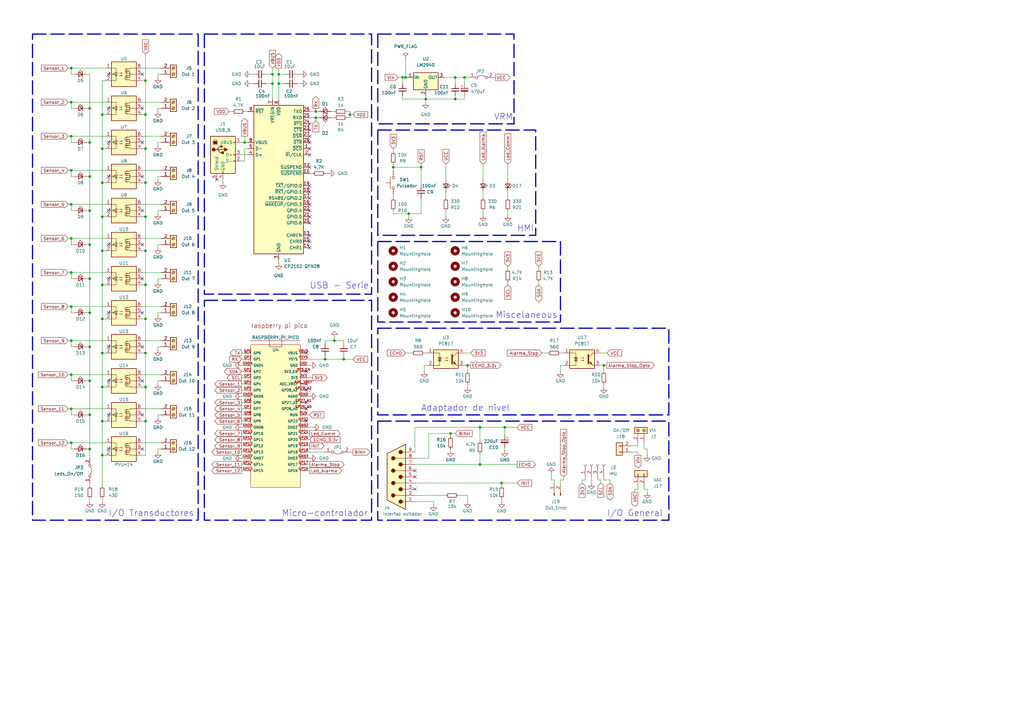
<source format=kicad_sch>
(kicad_sch (version 20230121) (generator eeschema)
  (paper "A3")
  (title_block (title "SCH_ModSens") (date "2024-09-18") (rev "2.0.0") (company "UTN-CIII-Buttie/Lauxmann/Ritacca"))
  (junction (at 36.83 100.33))
  (junction (at 186.69 31.75))
  (junction (at 29.21 69.85))
  (junction (at 41.91 116.84))
  (junction (at 36.83 170.18))
  (junction (at 59.69 74.93))
  (junction (at 100.33 58.42))
  (junction (at 41.91 88.9))
  (junction (at 129.54 48.26))
  (junction (at 41.91 60.96))
  (junction (at 36.83 86.36))
  (junction (at 59.69 172.72))
  (junction (at 41.91 186.69))
  (junction (at 133.35 147.32))
  (junction (at 36.83 44.45))
  (junction (at 111.76 30.48))
  (junction (at 36.83 58.42))
  (junction (at 196.85 190.5))
  (junction (at 205.74 198.12))
  (junction (at 114.3 30.48))
  (junction (at 29.21 181.61))
  (junction (at 41.91 130.81))
  (junction (at 36.83 142.24))
  (junction (at 29.21 111.76))
  (junction (at 190.5 31.75))
  (junction (at 59.69 144.78))
  (junction (at 174.625 40.64))
  (junction (at 165.1 31.75))
  (junction (at 129.54 45.72))
  (junction (at 36.83 156.21))
  (junction (at 36.83 114.3))
  (junction (at 41.91 46.99))
  (junction (at 166.37 31.75))
  (junction (at 36.83 184.15))
  (junction (at 59.69 116.84))
  (junction (at 161.29 68.58))
  (junction (at 29.21 83.82))
  (junction (at 186.69 40.64))
  (junction (at 29.21 125.73))
  (junction (at 59.69 46.99))
  (junction (at 29.21 167.64))
  (junction (at 247.65 149.86))
  (junction (at 41.91 158.75))
  (junction (at 143.51 46.99))
  (junction (at 59.69 102.87))
  (junction (at 59.69 60.96))
  (junction (at 114.3 34.29))
  (junction (at 207.01 175.26))
  (junction (at 167.64 87.63))
  (junction (at 29.21 153.67))
  (junction (at 184.785 177.8))
  (junction (at 111.76 34.29))
  (junction (at 59.69 130.81))
  (junction (at 196.85 175.26))
  (junction (at 29.21 97.79))
  (junction (at 59.69 158.75))
  (junction (at 41.91 144.78))
  (junction (at 36.83 128.27))
  (junction (at 29.21 41.91))
  (junction (at 41.91 172.72))
  (junction (at 172.72 68.58))
  (junction (at 191.77 149.86))
  (junction (at 137.16 139.7))
  (junction (at 36.83 72.39))
  (junction (at 41.91 102.87))
  (junction (at 59.69 33.02))
  (junction (at 59.69 88.9))
  (junction (at 41.91 74.93))
  (junction (at 140.97 147.32))
  (junction (at 29.21 55.88))
  (junction (at 29.21 27.94))
  (junction (at 29.21 139.7))
  (no_connect (at 127 83.82))
  (no_connect (at 44.45 156.21))
  (no_connect (at 127 68.58))
  (no_connect (at 44.45 128.27))
  (no_connect (at 58.42 72.39))
  (no_connect (at 58.42 142.24))
  (no_connect (at 127 50.8))
  (no_connect (at 58.42 100.33))
  (no_connect (at 44.45 184.15))
  (no_connect (at 125.73 167.64))
  (no_connect (at 127 91.44))
  (no_connect (at 44.45 44.45))
  (no_connect (at 125.73 152.4))
  (no_connect (at 127 101.6))
  (no_connect (at 58.42 128.27))
  (no_connect (at 127 96.52))
  (no_connect (at 170.18 193.04))
  (no_connect (at 125.73 160.02))
  (no_connect (at 170.18 195.58))
  (no_connect (at 44.45 170.18))
  (no_connect (at 58.42 170.18))
  (no_connect (at 127 76.2))
  (no_connect (at 127 55.88))
  (no_connect (at 58.42 114.3))
  (no_connect (at 44.45 86.36))
  (no_connect (at 127 78.74))
  (no_connect (at 125.73 157.48))
  (no_connect (at 127 99.06))
  (no_connect (at 88.9 73.66))
  (no_connect (at 127 53.34))
  (no_connect (at 58.42 44.45))
  (no_connect (at 127 86.36))
  (no_connect (at 125.73 165.1))
  (no_connect (at 127 60.96))
  (no_connect (at 44.45 114.3))
  (no_connect (at 58.42 184.15))
  (no_connect (at 125.73 144.78))
  (no_connect (at 127 58.42))
  (no_connect (at 44.45 30.48))
  (no_connect (at 58.42 30.48))
  (no_connect (at 170.18 200.66))
  (no_connect (at 127 63.5))
  (no_connect (at 44.45 100.33))
  (no_connect (at 127 81.28))
  (no_connect (at 58.42 86.36))
  (no_connect (at 127 88.9))
  (no_connect (at 44.45 72.39))
  (no_connect (at 58.42 156.21))
  (no_connect (at 44.45 58.42))
  (no_connect (at 58.42 58.42))
  (no_connect (at 44.45 142.24))
  (no_connect (at 125.73 172.72))
  (wire (pts (xy 174.625 40.64) (xy 174.625 41.91)))
  (wire (pts (xy 196.85 190.5) (xy 170.18 190.5)))
  (wire (pts (xy 58.42 41.91) (xy 66.04 41.91)))
  (wire (pts (xy 29.21 27.94) (xy 43.18 27.94)))
  (wire (pts (xy 226.06 196.85) (xy 227.33 196.85)))
  (wire (pts (xy 133.35 147.32) (xy 140.97 147.32)))
  (wire (pts (xy 222.25 144.78) (xy 224.79 144.78)))
  (wire (pts (xy 212.09 175.26) (xy 207.01 175.26)))
  (wire (pts (xy 142.24 45.72) (xy 143.51 45.72)))
  (wire (pts (xy 99.06 180.34) (xy 100.33 180.34)))
  (wire (pts (xy 170.18 198.12) (xy 205.74 198.12)))
  (wire (pts (xy 36.83 30.48) (xy 36.83 44.45)))
  (wire (pts (xy 129.54 44.45) (xy 129.54 45.72)))
  (wire (pts (xy 100.33 60.96) (xy 101.6 60.96)))
  (wire (pts (xy 30.48 58.42) (xy 29.21 58.42)))
  (wire (pts (xy 35.56 58.42) (xy 36.83 58.42)))
  (wire (pts (xy 247.65 196.85) (xy 247.65 195.58)))
  (wire (pts (xy 114.3 30.48) (xy 114.3 34.29)))
  (wire (pts (xy 99.06 175.26) (xy 100.33 175.26)))
  (wire (pts (xy 36.83 204.47) (xy 36.83 205.74)))
  (wire (pts (xy 247.65 149.86) (xy 248.92 149.86)))
  (wire (pts (xy 99.06 152.4) (xy 100.33 152.4)))
  (wire (pts (xy 177.8 205.74) (xy 177.8 207.01)))
  (wire (pts (xy 100.33 58.42) (xy 101.6 58.42)))
  (wire (pts (xy 143.51 46.99) (xy 144.78 46.99)))
  (wire (pts (xy 59.69 88.9) (xy 59.69 74.93)))
  (wire (pts (xy 64.77 87.63) (xy 64.77 86.36)))
  (wire (pts (xy 29.21 139.7) (xy 43.18 139.7)))
  (wire (pts (xy 30.48 86.36) (xy 29.21 86.36)))
  (wire (pts (xy 58.42 88.9) (xy 59.69 88.9)))
  (wire (pts (xy 35.56 142.24) (xy 36.83 142.24)))
  (wire (pts (xy 27.94 83.82) (xy 29.21 83.82)))
  (wire (pts (xy 198.12 67.31) (xy 198.12 73.66)))
  (wire (pts (xy 137.16 139.7) (xy 137.16 138.43)))
  (wire (pts (xy 102.87 30.48) (xy 104.14 30.48)))
  (wire (pts (xy 36.83 142.24) (xy 36.83 156.21)))
  (wire (pts (xy 58.42 55.88) (xy 66.04 55.88)))
  (wire (pts (xy 58.42 33.02) (xy 59.69 33.02)))
  (wire (pts (xy 166.37 31.75) (xy 167.005 31.75)))
  (wire (pts (xy 36.83 58.42) (xy 36.83 72.39)))
  (wire (pts (xy 41.91 102.87) (xy 41.91 116.84)))
  (wire (pts (xy 30.48 100.33) (xy 29.21 100.33)))
  (wire (pts (xy 202.565 31.75) (xy 203.2 31.75)))
  (wire (pts (xy 41.91 88.9) (xy 41.91 102.87)))
  (wire (pts (xy 170.18 185.42) (xy 170.18 175.26)))
  (wire (pts (xy 109.22 34.29) (xy 111.76 34.29)))
  (wire (pts (xy 64.77 170.18) (xy 66.04 170.18)))
  (wire (pts (xy 261.62 182.88) (xy 261.62 181.61)))
  (wire (pts (xy 43.18 130.81) (xy 41.91 130.81)))
  (wire (pts (xy 30.48 114.3) (xy 29.21 114.3)))
  (wire (pts (xy 99.06 147.32) (xy 100.33 147.32)))
  (wire (pts (xy 27.94 181.61) (xy 29.21 181.61)))
  (wire (pts (xy 208.28 67.31) (xy 208.28 73.66)))
  (wire (pts (xy 170.18 205.74) (xy 177.8 205.74)))
  (wire (pts (xy 64.77 73.66) (xy 64.77 72.39)))
  (wire (pts (xy 29.21 128.27) (xy 29.21 125.73)))
  (wire (pts (xy 165.1 31.75) (xy 165.1 34.29)))
  (wire (pts (xy 191.77 149.86) (xy 191.77 152.4)))
  (wire (pts (xy 58.42 27.94) (xy 66.04 27.94)))
  (wire (pts (xy 190.5 40.64) (xy 186.69 40.64)))
  (wire (pts (xy 43.18 60.96) (xy 41.91 60.96)))
  (wire (pts (xy 231.14 196.85) (xy 231.14 195.58)))
  (wire (pts (xy 64.77 30.48) (xy 64.77 31.75)))
  (wire (pts (xy 64.77 142.24) (xy 66.04 142.24)))
  (wire (pts (xy 231.14 144.78) (xy 229.87 144.78)))
  (wire (pts (xy 27.94 139.7) (xy 29.21 139.7)))
  (wire (pts (xy 27.94 153.67) (xy 29.21 153.67)))
  (wire (pts (xy 35.56 114.3) (xy 36.83 114.3)))
  (wire (pts (xy 229.87 196.85) (xy 229.87 198.12)))
  (wire (pts (xy 143.51 46.99) (xy 143.51 48.26)))
  (wire (pts (xy 93.98 45.72) (xy 95.25 45.72)))
  (wire (pts (xy 246.38 196.85) (xy 246.38 198.12)))
  (wire (pts (xy 207.01 175.26) (xy 207.01 178.435)))
  (wire (pts (xy 58.42 167.64) (xy 66.04 167.64)))
  (wire (pts (xy 58.42 116.84) (xy 59.69 116.84)))
  (wire (pts (xy 125.73 154.94) (xy 128.27 154.94)))
  (wire (pts (xy 111.76 34.29) (xy 111.76 40.64)))
  (wire (pts (xy 64.77 185.42) (xy 64.77 184.15)))
  (wire (pts (xy 58.42 69.85) (xy 66.04 69.85)))
  (wire (pts (xy 133.35 146.05) (xy 133.35 147.32)))
  (wire (pts (xy 41.91 144.78) (xy 41.91 158.75)))
  (wire (pts (xy 58.42 153.67) (xy 66.04 153.67)))
  (wire (pts (xy 35.56 44.45) (xy 36.83 44.45)))
  (wire (pts (xy 250.19 196.85) (xy 250.19 198.12)))
  (wire (pts (xy 35.56 184.15) (xy 36.83 184.15)))
  (wire (pts (xy 173.99 152.4) (xy 173.99 149.86)))
  (wire (pts (xy 35.56 170.18) (xy 36.83 170.18)))
  (wire (pts (xy 41.91 74.93) (xy 41.91 88.9)))
  (wire (pts (xy 59.69 130.81) (xy 59.69 116.84)))
  (wire (pts (xy 229.87 152.4) (xy 229.87 149.86)))
  (wire (pts (xy 245.11 196.85) (xy 245.11 195.58)))
  (wire (pts (xy 99.06 160.02) (xy 100.33 160.02)))
  (wire (pts (xy 30.48 30.48) (xy 29.21 30.48)))
  (wire (pts (xy 129.54 45.72) (xy 130.81 45.72)))
  (wire (pts (xy 58.42 144.78) (xy 59.69 144.78)))
  (wire (pts (xy 161.29 86.36) (xy 161.29 87.63)))
  (wire (pts (xy 59.69 186.69) (xy 59.69 172.72)))
  (wire (pts (xy 99.06 58.42) (xy 100.33 58.42)))
  (wire (pts (xy 29.21 142.24) (xy 29.21 139.7)))
  (wire (pts (xy 43.18 88.9) (xy 41.91 88.9)))
  (wire (pts (xy 125.73 149.86) (xy 127 149.86)))
  (wire (pts (xy 59.69 116.84) (xy 59.69 102.87)))
  (wire (pts (xy 59.69 144.78) (xy 59.69 130.81)))
  (wire (pts (xy 41.91 158.75) (xy 41.91 172.72)))
  (wire (pts (xy 64.77 129.54) (xy 64.77 128.27)))
  (wire (pts (xy 29.21 83.82) (xy 43.18 83.82)))
  (wire (pts (xy 27.94 167.64) (xy 29.21 167.64)))
  (wire (pts (xy 27.94 125.73) (xy 29.21 125.73)))
  (wire (pts (xy 36.83 156.21) (xy 36.83 170.18)))
  (wire (pts (xy 161.29 80.01) (xy 161.29 81.28)))
  (wire (pts (xy 29.21 72.39) (xy 29.21 69.85)))
  (wire (pts (xy 264.16 199.39) (xy 264.16 200.66)))
  (wire (pts (xy 182.88 67.31) (xy 182.88 73.66)))
  (wire (pts (xy 238.76 196.85) (xy 240.03 196.85)))
  (wire (pts (xy 41.91 46.99) (xy 41.91 60.96)))
  (wire (pts (xy 99.06 172.72) (xy 100.33 172.72)))
  (wire (pts (xy 208.28 86.36) (xy 208.28 88.265)))
  (wire (pts (xy 41.91 60.96) (xy 41.91 74.93)))
  (wire (pts (xy 64.77 143.51) (xy 64.77 142.24)))
  (wire (pts (xy 36.83 114.3) (xy 36.83 128.27)))
  (wire (pts (xy 29.21 125.73) (xy 43.18 125.73)))
  (wire (pts (xy 43.18 33.02) (xy 41.91 33.02)))
  (wire (pts (xy 125.73 182.88) (xy 127 182.88)))
  (wire (pts (xy 43.18 158.75) (xy 41.91 158.75)))
  (wire (pts (xy 43.18 172.72) (xy 41.91 172.72)))
  (wire (pts (xy 99.06 154.94) (xy 100.33 154.94)))
  (wire (pts (xy 143.51 185.42) (xy 144.78 185.42)))
  (wire (pts (xy 175.895 187.96) (xy 175.895 177.8)))
  (wire (pts (xy 29.21 69.85) (xy 43.18 69.85)))
  (wire (pts (xy 43.18 46.99) (xy 41.91 46.99)))
  (wire (pts (xy 41.91 33.02) (xy 41.91 46.99)))
  (wire (pts (xy 59.69 158.75) (xy 59.69 144.78)))
  (wire (pts (xy 135.89 48.26) (xy 137.16 48.26)))
  (wire (pts (xy 58.42 46.99) (xy 59.69 46.99)))
  (wire (pts (xy 64.77 114.3) (xy 66.04 114.3)))
  (wire (pts (xy 196.85 190.5) (xy 212.09 190.5)))
  (wire (pts (xy 165.1 31.75) (xy 166.37 31.75)))
  (wire (pts (xy 125.73 170.18) (xy 127 170.18)))
  (wire (pts (xy 137.16 139.7) (xy 140.97 139.7)))
  (wire (pts (xy 172.72 68.58) (xy 161.29 68.58)))
  (wire (pts (xy 196.85 175.26) (xy 207.01 175.26)))
  (wire (pts (xy 99.06 162.56) (xy 100.33 162.56)))
  (wire (pts (xy 58.42 102.87) (xy 59.69 102.87)))
  (wire (pts (xy 35.56 156.21) (xy 36.83 156.21)))
  (wire (pts (xy 229.87 149.86) (xy 231.14 149.86)))
  (wire (pts (xy 242.57 195.58) (xy 242.57 198.12)))
  (wire (pts (xy 43.18 102.87) (xy 41.91 102.87)))
  (wire (pts (xy 163.195 31.75) (xy 165.1 31.75)))
  (wire (pts (xy 64.77 128.27) (xy 66.04 128.27)))
  (wire (pts (xy 58.42 74.93) (xy 59.69 74.93)))
  (wire (pts (xy 58.42 186.69) (xy 59.69 186.69)))
  (wire (pts (xy 259.08 185.42) (xy 261.62 185.42)))
  (wire (pts (xy 43.18 144.78) (xy 41.91 144.78)))
  (wire (pts (xy 27.94 97.79) (xy 29.21 97.79)))
  (wire (pts (xy 43.18 116.84) (xy 41.91 116.84)))
  (wire (pts (xy 111.76 30.48) (xy 111.76 34.29)))
  (wire (pts (xy 260.35 200.66) (xy 260.35 201.93)))
  (wire (pts (xy 190.5 31.75) (xy 192.405 31.75)))
  (wire (pts (xy 29.21 58.42) (xy 29.21 55.88)))
  (wire (pts (xy 99.06 190.5) (xy 100.33 190.5)))
  (wire (pts (xy 64.77 157.48) (xy 64.77 156.21)))
  (wire (pts (xy 165.1 40.64) (xy 174.625 40.64)))
  (wire (pts (xy 111.76 27.94) (xy 111.76 30.48)))
  (wire (pts (xy 127 45.72) (xy 129.54 45.72)))
  (wire (pts (xy 226.06 194.31) (xy 226.06 196.85)))
  (wire (pts (xy 36.83 72.39) (xy 36.83 86.36)))
  (wire (pts (xy 161.29 68.58) (xy 161.29 69.85)))
  (wire (pts (xy 231.14 196.85) (xy 229.87 196.85)))
  (wire (pts (xy 99.06 149.86) (xy 100.33 149.86)))
  (wire (pts (xy 27.94 27.94) (xy 29.21 27.94)))
  (wire (pts (xy 186.69 31.75) (xy 186.69 34.29)))
  (wire (pts (xy 167.64 87.63) (xy 167.64 88.9)))
  (wire (pts (xy 166.37 144.78) (xy 168.91 144.78)))
  (wire (pts (xy 143.51 45.72) (xy 143.51 46.99)))
  (wire (pts (xy 29.21 114.3) (xy 29.21 111.76)))
  (wire (pts (xy 29.21 100.33) (xy 29.21 97.79)))
  (wire (pts (xy 100.33 55.88) (xy 100.33 58.42)))
  (wire (pts (xy 208.28 115.57) (xy 208.28 116.84)))
  (wire (pts (xy 58.42 97.79) (xy 66.04 97.79)))
  (wire (pts (xy 99.06 182.88) (xy 100.33 182.88)))
  (wire (pts (xy 125.73 187.96) (xy 127 187.96)))
  (wire (pts (xy 184.785 177.8) (xy 186.69 177.8)))
  (wire (pts (xy 196.85 186.055) (xy 196.85 190.5)))
  (wire (pts (xy 187.96 203.2) (xy 191.77 203.2)))
  (wire (pts (xy 175.895 177.8) (xy 184.785 177.8)))
  (wire (pts (xy 175.26 144.78) (xy 173.99 144.78)))
  (wire (pts (xy 59.69 22.225) (xy 59.69 33.02)))
  (wire (pts (xy 99.06 157.48) (xy 100.33 157.48)))
  (wire (pts (xy 220.98 109.22) (xy 220.98 110.49)))
  (wire (pts (xy 261.62 200.66) (xy 260.35 200.66)))
  (wire (pts (xy 36.83 128.27) (xy 36.83 142.24)))
  (wire (pts (xy 91.44 73.66) (xy 91.44 74.93)))
  (wire (pts (xy 36.83 86.36) (xy 36.83 100.33)))
  (wire (pts (xy 127 71.12) (xy 128.27 71.12)))
  (wire (pts (xy 59.69 33.02) (xy 59.69 46.99)))
  (wire (pts (xy 247.65 157.48) (xy 247.65 158.75)))
  (wire (pts (xy 246.38 149.86) (xy 247.65 149.86)))
  (wire (pts (xy 27.94 111.76) (xy 29.21 111.76)))
  (wire (pts (xy 29.21 181.61) (xy 43.18 181.61)))
  (wire (pts (xy 133.35 139.7) (xy 137.16 139.7)))
  (wire (pts (xy 58.42 158.75) (xy 59.69 158.75)))
  (wire (pts (xy 59.69 102.87) (xy 59.69 88.9)))
  (wire (pts (xy 27.94 41.91) (xy 29.21 41.91)))
  (wire (pts (xy 127 48.26) (xy 129.54 48.26)))
  (wire (pts (xy 29.21 153.67) (xy 43.18 153.67)))
  (wire (pts (xy 99.06 185.42) (xy 100.33 185.42)))
  (wire (pts (xy 36.83 198.12) (xy 36.83 199.39)))
  (wire (pts (xy 64.77 72.39) (xy 66.04 72.39)))
  (wire (pts (xy 35.56 30.48) (xy 36.83 30.48)))
  (wire (pts (xy 129.54 48.26) (xy 129.54 49.53)))
  (wire (pts (xy 161.29 60.96) (xy 161.29 62.23)))
  (wire (pts (xy 99.06 63.5) (xy 101.6 63.5)))
  (wire (pts (xy 246.38 196.85) (xy 245.11 196.85)))
  (wire (pts (xy 265.43 184.15) (xy 265.43 186.69)))
  (wire (pts (xy 27.94 55.88) (xy 29.21 55.88)))
  (wire (pts (xy 182.88 86.36) (xy 182.88 88.9)))
  (wire (pts (xy 58.42 60.96) (xy 59.69 60.96)))
  (wire (pts (xy 109.22 30.48) (xy 111.76 30.48)))
  (wire (pts (xy 29.21 30.48) (xy 29.21 27.94)))
  (wire (pts (xy 30.48 128.27) (xy 29.21 128.27)))
  (wire (pts (xy 208.28 78.74) (xy 208.28 81.28)))
  (wire (pts (xy 30.48 72.39) (xy 29.21 72.39)))
  (wire (pts (xy 133.35 71.12) (xy 134.62 71.12)))
  (wire (pts (xy 59.69 172.72) (xy 59.69 158.75)))
  (wire (pts (xy 41.91 199.39) (xy 41.91 186.69)))
  (wire (pts (xy 172.72 81.28) (xy 172.72 87.63)))
  (wire (pts (xy 102.87 34.29) (xy 104.14 34.29)))
  (wire (pts (xy 174.625 39.37) (xy 174.625 40.64)))
  (wire (pts (xy 30.48 184.15) (xy 29.21 184.15)))
  (wire (pts (xy 220.98 115.57) (xy 220.98 116.84)))
  (wire (pts (xy 29.21 41.91) (xy 43.18 41.91)))
  (wire (pts (xy 116.84 30.48) (xy 114.3 30.48)))
  (wire (pts (xy 41.91 116.84) (xy 41.91 130.81)))
  (wire (pts (xy 114.3 34.29) (xy 116.84 34.29)))
  (wire (pts (xy 29.21 170.18) (xy 29.21 167.64)))
  (wire (pts (xy 198.12 86.36) (xy 198.12 88.265)))
  (wire (pts (xy 58.42 172.72) (xy 59.69 172.72)))
  (wire (pts (xy 167.64 87.63) (xy 172.72 87.63)))
  (wire (pts (xy 29.21 184.15) (xy 29.21 181.61)))
  (wire (pts (xy 191.77 157.48) (xy 191.77 158.75)))
  (wire (pts (xy 64.77 44.45) (xy 66.04 44.45)))
  (wire (pts (xy 29.21 167.64) (xy 43.18 167.64)))
  (wire (pts (xy 30.48 142.24) (xy 29.21 142.24)))
  (wire (pts (xy 99.06 165.1) (xy 100.33 165.1)))
  (wire (pts (xy 58.42 125.73) (xy 66.04 125.73)))
  (wire (pts (xy 172.72 67.31) (xy 172.72 68.58)))
  (wire (pts (xy 35.56 86.36) (xy 36.83 86.36)))
  (wire (pts (xy 205.74 205.74) (xy 205.74 204.47)))
  (wire (pts (xy 29.21 111.76) (xy 43.18 111.76)))
  (wire (pts (xy 172.72 76.2) (xy 172.72 68.58)))
  (wire (pts (xy 205.74 198.12) (xy 205.74 199.39)))
  (wire (pts (xy 161.29 67.31) (xy 161.29 68.58)))
  (wire (pts (xy 198.12 78.74) (xy 198.12 81.28)))
  (wire (pts (xy 190.5 39.37) (xy 190.5 40.64)))
  (wire (pts (xy 240.03 196.85) (xy 240.03 195.58)))
  (wire (pts (xy 99.06 187.96) (xy 100.33 187.96)))
  (wire (pts (xy 59.69 60.96) (xy 59.69 46.99)))
  (wire (pts (xy 29.21 44.45) (xy 29.21 41.91)))
  (wire (pts (xy 127 162.56) (xy 125.73 162.56)))
  (wire (pts (xy 227.33 196.85) (xy 227.33 198.12)))
  (wire (pts (xy 190.5 31.75) (xy 190.5 34.29)))
  (wire (pts (xy 36.83 44.45) (xy 36.83 58.42)))
  (wire (pts (xy 261.62 185.42) (xy 261.62 186.69)))
  (wire (pts (xy 140.97 140.97) (xy 140.97 139.7)))
  (wire (pts (xy 64.77 30.48) (xy 66.04 30.48)))
  (wire (pts (xy 29.21 55.88) (xy 43.18 55.88)))
  (wire (pts (xy 247.65 196.85) (xy 250.19 196.85)))
  (wire (pts (xy 247.65 149.86) (xy 247.65 152.4)))
  (wire (pts (xy 140.97 146.05) (xy 140.97 147.32)))
  (wire (pts (xy 114.3 34.29) (xy 114.3 40.64)))
  (wire (pts (xy 36.83 184.15) (xy 36.83 187.96)))
  (wire (pts (xy 35.56 128.27) (xy 36.83 128.27)))
  (wire (pts (xy 99.06 177.8) (xy 100.33 177.8)))
  (wire (pts (xy 174.625 40.64) (xy 186.69 40.64)))
  (wire (pts (xy 64.77 86.36) (xy 66.04 86.36)))
  (wire (pts (xy 43.18 74.93) (xy 41.91 74.93)))
  (wire (pts (xy 173.99 149.86) (xy 175.26 149.86)))
  (wire (pts (xy 27.94 69.85) (xy 29.21 69.85)))
  (wire (pts (xy 264.16 181.61) (xy 264.16 184.15)))
  (wire (pts (xy 259.08 182.88) (xy 261.62 182.88)))
  (wire (pts (xy 64.77 115.57) (xy 64.77 114.3)))
  (wire (pts (xy 125.73 147.32) (xy 133.35 147.32)))
  (wire (pts (xy 166.37 24.13) (xy 166.37 31.75)))
  (wire (pts (xy 58.42 83.82) (xy 66.04 83.82)))
  (wire (pts (xy 190.5 149.86) (xy 191.77 149.86)))
  (wire (pts (xy 99.06 193.04) (xy 100.33 193.04)))
  (wire (pts (xy 133.35 140.97) (xy 133.35 139.7)))
  (wire (pts (xy 261.62 199.39) (xy 261.62 200.66)))
  (wire (pts (xy 265.43 184.15) (xy 264.16 184.15)))
  (wire (pts (xy 100.33 45.72) (xy 101.6 45.72)))
  (wire (pts (xy 207.01 183.515) (xy 207.01 184.785)))
  (wire (pts (xy 170.18 187.96) (xy 175.895 187.96)))
  (wire (pts (xy 114.3 106.68) (xy 114.3 107.95)))
  (wire (pts (xy 196.85 175.26) (xy 196.85 180.975)))
  (wire (pts (xy 125.73 185.42) (xy 133.35 185.42)))
  (wire (pts (xy 125.73 180.34) (xy 127 180.34)))
  (wire (pts (xy 64.77 184.15) (xy 66.04 184.15)))
  (wire (pts (xy 99.06 167.64) (xy 100.33 167.64)))
  (wire (pts (xy 58.42 111.76) (xy 66.04 111.76)))
  (wire (pts (xy 30.48 170.18) (xy 29.21 170.18)))
  (wire (pts (xy 129.54 48.26) (xy 130.81 48.26)))
  (wire (pts (xy 64.77 58.42) (xy 66.04 58.42)))
  (wire (pts (xy 191.77 149.86) (xy 193.04 149.86)))
  (wire (pts (xy 64.77 59.69) (xy 64.77 58.42)))
  (wire (pts (xy 29.21 97.79) (xy 43.18 97.79)))
  (wire (pts (xy 58.42 139.7) (xy 66.04 139.7)))
  (wire (pts (xy 125.73 190.5) (xy 127 190.5)))
  (wire (pts (xy 121.92 30.48) (xy 123.19 30.48)))
  (wire (pts (xy 100.33 60.96) (xy 100.33 66.04)))
  (wire (pts (xy 99.06 144.78) (xy 100.33 144.78)))
  (wire (pts (xy 41.91 172.72) (xy 41.91 186.69)))
  (wire (pts (xy 64.77 101.6) (xy 64.77 100.33)))
  (wire (pts (xy 58.42 181.61) (xy 66.04 181.61)))
  (wire (pts (xy 114.3 27.94) (xy 114.3 30.48)))
  (wire (pts (xy 29.21 156.21) (xy 29.21 153.67)))
  (wire (pts (xy 35.56 100.33) (xy 36.83 100.33)))
  (wire (pts (xy 184.785 184.15) (xy 184.785 184.785)))
  (wire (pts (xy 36.83 100.33) (xy 36.83 114.3)))
  (wire (pts (xy 59.69 74.93) (xy 59.69 60.96)))
  (wire (pts (xy 140.97 147.32) (xy 144.78 147.32)))
  (wire (pts (xy 30.48 156.21) (xy 29.21 156.21)))
  (wire (pts (xy 29.21 86.36) (xy 29.21 83.82)))
  (wire (pts (xy 208.28 109.22) (xy 208.28 110.49)))
  (wire (pts (xy 125.73 175.26) (xy 128.27 175.26)))
  (wire (pts (xy 246.38 144.78) (xy 248.92 144.78)))
  (wire (pts (xy 190.5 144.78) (xy 193.04 144.78)))
  (wire (pts (xy 264.16 200.66) (xy 265.43 200.66)))
  (wire (pts (xy 265.43 200.66) (xy 265.43 201.93)))
  (wire (pts (xy 30.48 44.45) (xy 29.21 44.45)))
  (wire (pts (xy 142.24 48.26) (xy 143.51 48.26)))
  (wire (pts (xy 41.91 186.69) (xy 43.18 186.69)))
  (wire (pts (xy 41.91 204.47) (xy 41.91 205.74)))
  (wire (pts (xy 36.83 170.18) (xy 36.83 184.15)))
  (wire (pts (xy 182.88 203.2) (xy 170.18 203.2)))
  (wire (pts (xy 186.69 39.37) (xy 186.69 40.64)))
  (wire (pts (xy 182.88 78.74) (xy 182.88 81.28)))
  (wire (pts (xy 64.77 171.45) (xy 64.77 170.18)))
  (wire (pts (xy 135.89 45.72) (xy 137.16 45.72)))
  (wire (pts (xy 64.77 100.33) (xy 66.04 100.33)))
  (wire (pts (xy 205.74 198.12) (xy 212.09 198.12)))
  (wire (pts (xy 125.73 177.8) (xy 127 177.8)))
  (wire (pts (xy 238.76 196.85) (xy 238.76 198.12)))
  (wire (pts (xy 100.33 66.04) (xy 99.06 66.04)))
  (wire (pts (xy 184.785 177.8) (xy 184.785 179.07)))
  (wire (pts (xy 161.29 87.63) (xy 167.64 87.63)))
  (wire (pts (xy 58.42 130.81) (xy 59.69 130.81)))
  (wire (pts (xy 121.92 34.29) (xy 123.19 34.29)))
  (wire (pts (xy 64.77 45.72) (xy 64.77 44.45)))
  (wire (pts (xy 35.56 72.39) (xy 36.83 72.39)))
  (wire (pts (xy 125.73 193.04) (xy 127 193.04)))
  (wire (pts (xy 191.77 203.2) (xy 191.77 205.74)))
  (wire (pts (xy 170.18 175.26) (xy 196.85 175.26)))
  (wire (pts (xy 165.1 39.37) (xy 165.1 40.64)))
  (wire (pts (xy 64.77 156.21) (xy 66.04 156.21)))
  (wire (pts (xy 182.245 31.75) (xy 186.69 31.75)))
  (wire (pts (xy 99.06 170.18) (xy 100.33 170.18)))
  (wire (pts (xy 41.91 130.81) (xy 41.91 144.78)))
  (wire (pts (xy 186.69 31.75) (xy 190.5 31.75)))
  (rectangle (start 154.94 13.97) (end 210.82 50.8) (stroke (width 0.5) (type dash)))
  (rectangle (start 83.82 13.97) (end 152.4 120.65) (stroke (width 0.5) (type dash)))
  (rectangle (start 154.94 134.62) (end 274.32 170.18) (stroke (width 0.5) (type dash)))
  (rectangle (start 154.94 99.06) (end 229.87 132.08) (stroke (width 0.5) (type dash)))
  (rectangle (start 154.94 172.72) (end 274.32 213.36) (stroke (width 0.5) (type dash)))
  (rectangle (start 154.94 53.34) (end 219.71 96.52) (stroke (width 0.5) (type dash)))
  (rectangle (start 83.82 123.19) (end 152.4 213.36) (stroke (width 0.5) (type dash)))
  (rectangle (start 13.335 13.97) (end 81.28 213.36) (stroke (width 0.5) (type dash)))
  (text "Adaptador de nivel" (at 172.72 168.91 0) (effects (font (size 2.54 2.54)) (justify left bottom)))
  (text "VRM" (at 202.565 49.53 0) (effects (font (size 2.54 2.54)) (justify left bottom)))
  (text "Micro-controlador" (at 115.57 212.09 0) (effects (font (size 2.54 2.54)) (justify left bottom)))
  (text "I/O General" (at 248.92 212.09 0) (effects (font (size 2.54 2.54)) (justify left bottom)))
  (text "Miscelaneous" (at 203.2 130.81 0) (effects (font (size 2.54 2.54)) (justify left bottom)))
  (text "I/O Transductores" (at 44.45 212.09 0) (effects (font (size 2.54 2.54)) (justify left bottom)))
  (text "USB - Serie" (at 127 118.745 0) (effects (font (size 2.54 2.54)) (justify left bottom)))
  (text "HMI\n" (at 212.09 95.25 0) (effects (font (size 2.54 2.54)) (justify left bottom)))
  (global_label "VAC" (shape input) (at 59.69 22.225 90) (property "Intersheetrefs" "${INTERSHEET_REFS}" (effects hide)))
  (global_label "Sensor_7" (shape output) (at 99.06 177.8 180) (property "Intersheetrefs" "${INTERSHEET_REFS}" (effects hide)))
  (global_label "VAC" (shape output) (at 260.35 201.93 270) (property "Intersheetrefs" "${INTERSHEET_REFS}" (effects hide)))
  (global_label "VDD" (shape input) (at 93.98 45.72 180) (property "Intersheetrefs" "${INTERSHEET_REFS}" (effects hide)))
  (global_label "Sensor_11" (shape output) (at 99.06 190.5 180) (property "Intersheetrefs" "${INTERSHEET_REFS}" (effects hide)))
  (global_label "VCC" (shape input) (at 248.92 144.78 0) (property "Intersheetrefs" "${INTERSHEET_REFS}" (effects hide)))
  (global_label "ECHO_3.3v" (shape output) (at 193.04 149.86 0) (property "Intersheetrefs" "${INTERSHEET_REFS}" (effects hide)))
  (global_label "RST" (shape input) (at 127 170.18 0) (property "Intersheetrefs" "${INTERSHEET_REFS}" (effects hide)))
  (global_label "Sensor_3" (shape output) (at 99.06 165.1 180) (property "Intersheetrefs" "${INTERSHEET_REFS}" (effects hide)))
  (global_label "Sensor_9" (shape output) (at 99.06 182.88 180) (property "Intersheetrefs" "${INTERSHEET_REFS}" (effects hide)))
  (global_label "Sensor_1" (shape output) (at 99.06 157.48 180) (property "Intersheetrefs" "${INTERSHEET_REFS}" (effects hide)))
  (global_label "RX" (shape input) (at 99.06 147.32 180) (property "Intersheetrefs" "${INTERSHEET_REFS}" (effects hide)))
  (global_label "Vin" (shape output) (at 261.62 186.69 270) (property "Intersheetrefs" "${INTERSHEET_REFS}" (effects hide)))
  (global_label "VCC" (shape output) (at 203.2 31.75 0) (property "Intersheetrefs" "${INTERSHEET_REFS}" (effects hide)))
  (global_label "TX" (shape input) (at 129.54 49.53 270) (property "Intersheetrefs" "${INTERSHEET_REFS}" (effects hide)))
  (global_label "Sensor_6" (shape output) (at 99.06 172.72 180) (property "Intersheetrefs" "${INTERSHEET_REFS}" (effects hide)))
  (global_label "Vin" (shape input) (at 163.195 31.75 180) (property "Intersheetrefs" "${INTERSHEET_REFS}" (effects hide)))
  (global_label "Sensor_5" (shape output) (at 99.06 170.18 180) (property "Intersheetrefs" "${INTERSHEET_REFS}" (effects hide)))
  (global_label "Sensor_2" (shape output) (at 99.06 160.02 180) (property "Intersheetrefs" "${INTERSHEET_REFS}" (effects hide)))
  (global_label "Sensor_4" (shape output) (at 99.06 167.64 180) (property "Intersheetrefs" "${INTERSHEET_REFS}" (effects hide)))
  (global_label "Sensor_6" (shape input) (at 27.94 97.79 180) (property "Intersheetrefs" "${INTERSHEET_REFS}" (effects hide)))
  (global_label "ECHO_3.3v" (shape input) (at 127 180.34 0) (property "Intersheetrefs" "${INTERSHEET_REFS}" (effects hide)))
  (global_label "SDA" (shape bidirectional) (at 250.19 198.12 270) (property "Intersheetrefs" "${INTERSHEET_REFS}" (effects hide)))
  (global_label "TX" (shape output) (at 99.06 144.78 180) (property "Intersheetrefs" "${INTERSHEET_REFS}" (effects hide)))
  (global_label "Alarma_Stop_Opto" (shape output) (at 248.92 149.86 0) (property "Intersheetrefs" "${INTERSHEET_REFS}" (effects hide)))
  (global_label "VDD" (shape output) (at 114.3 27.94 90) (property "Intersheetrefs" "${INTERSHEET_REFS}" (effects hide)))
  (global_label "3V3" (shape input) (at 220.98 109.22 90) (property "Intersheetrefs" "${INTERSHEET_REFS}" (effects hide)))
  (global_label "Sensor_8" (shape output) (at 99.06 180.34 180) (property "Intersheetrefs" "${INTERSHEET_REFS}" (effects hide)))
  (global_label "SCL" (shape output) (at 99.06 154.94 180) (property "Intersheetrefs" "${INTERSHEET_REFS}" (effects hide)))
  (global_label "Led_Alarma" (shape input) (at 198.12 67.31 90) (property "Intersheetrefs" "${INTERSHEET_REFS}" (effects hide)))
  (global_label "Sensor_9" (shape input) (at 27.94 139.7 180) (property "Intersheetrefs" "${INTERSHEET_REFS}" (effects hide)))
  (global_label "Sensor_11" (shape input) (at 27.94 167.64 180) (property "Intersheetrefs" "${INTERSHEET_REFS}" (effects hide)))
  (global_label "BINH" (shape output) (at 144.78 185.42 0) (property "Intersheetrefs" "${INTERSHEET_REFS}" (effects hide)))
  (global_label "Led_Comm" (shape input) (at 208.28 67.31 90) (property "Intersheetrefs" "${INTERSHEET_REFS}" (effects hide)))
  (global_label "Sensor_5" (shape input) (at 27.94 83.82 180) (property "Intersheetrefs" "${INTERSHEET_REFS}" (effects hide)))
  (global_label "VBUS" (shape input) (at 111.76 27.94 90) (property "Intersheetrefs" "${INTERSHEET_REFS}" (effects hide)))
  (global_label "3V3" (shape output) (at 128.27 154.94 0) (property "Intersheetrefs" "${INTERSHEET_REFS}" (effects hide)))
  (global_label "Alarma_Stop" (shape output) (at 127 190.5 0) (property "Intersheetrefs" "${INTERSHEET_REFS}" (effects hide)))
  (global_label "SCL" (shape input) (at 246.38 198.12 270) (property "Intersheetrefs" "${INTERSHEET_REFS}" (effects hide)))
  (global_label "Sensor_3" (shape input) (at 27.94 55.88 180) (property "Intersheetrefs" "${INTERSHEET_REFS}" (effects hide)))
  (global_label "3V3" (shape input) (at 193.04 144.78 0) (property "Intersheetrefs" "${INTERSHEET_REFS}" (effects hide)))
  (global_label "ECHO" (shape input) (at 166.37 144.78 180) (property "Intersheetrefs" "${INTERSHEET_REFS}" (effects hide)))
  (global_label "Alarma_Stop" (shape input) (at 222.25 144.78 180) (property "Intersheetrefs" "${INTERSHEET_REFS}" (effects hide)))
  (global_label "Sensor_10" (shape input) (at 27.94 153.67 180) (property "Intersheetrefs" "${INTERSHEET_REFS}" (effects hide)))
  (global_label "Led_Comm" (shape output) (at 127 177.8 0) (property "Intersheetrefs" "${INTERSHEET_REFS}" (effects hide)))
  (global_label "SCL" (shape input) (at 208.28 116.84 270) (property "Intersheetrefs" "${INTERSHEET_REFS}" (effects hide)))
  (global_label "Sensor_12" (shape output) (at 99.06 193.04 180) (property "Intersheetrefs" "${INTERSHEET_REFS}" (effects hide)))
  (global_label "3V3" (shape input) (at 238.76 198.12 270) (property "Intersheetrefs" "${INTERSHEET_REFS}" (effects hide)))
  (global_label "RST" (shape input) (at 172.72 67.31 90) (property "Intersheetrefs" "${INTERSHEET_REFS}" (effects hide)))
  (global_label "Sensor_10" (shape output) (at 99.06 185.42 180) (property "Intersheetrefs" "${INTERSHEET_REFS}" (effects hide)))
  (global_label "VDD" (shape input) (at 144.78 46.99 0) (property "Intersheetrefs" "${INTERSHEET_REFS}" (effects hide)))
  (global_label "Sensor_8" (shape input) (at 27.94 125.73 180) (property "Intersheetrefs" "${INTERSHEET_REFS}" (effects hide)))
  (global_label "INIT" (shape output) (at 127 182.88 0) (property "Intersheetrefs" "${INTERSHEET_REFS}" (effects hide)))
  (global_label "SDA" (shape bidirectional) (at 220.98 116.84 270) (property "Intersheetrefs" "${INTERSHEET_REFS}" (effects hide)))
  (global_label "Sensor_1" (shape input) (at 27.94 27.94 180) (property "Intersheetrefs" "${INTERSHEET_REFS}" (effects hide)))
  (global_label "VBUS" (shape output) (at 100.33 55.88 90) (property "Intersheetrefs" "${INTERSHEET_REFS}" (effects hide)))
  (global_label "SDA" (shape bidirectional) (at 99.06 152.4 180) (property "Intersheetrefs" "${INTERSHEET_REFS}" (effects hide)))
  (global_label "3V3" (shape input) (at 161.29 60.96 90) (property "Intersheetrefs" "${INTERSHEET_REFS}" (effects hide)))
  (global_label "BINH" (shape input) (at 186.69 177.8 0) (property "Intersheetrefs" "${INTERSHEET_REFS}" (effects hide)))
  (global_label "INIT" (shape input) (at 212.09 198.12 0) (property "Intersheetrefs" "${INTERSHEET_REFS}" (effects hide)))
  (global_label "Sensor_4" (shape input) (at 27.94 69.85 180) (property "Intersheetrefs" "${INTERSHEET_REFS}" (effects hide)))
  (global_label "VCC" (shape input) (at 144.78 147.32 0) (property "Intersheetrefs" "${INTERSHEET_REFS}" (effects hide)))
  (global_label "Sensor_7" (shape input) (at 27.94 111.76 180) (property "Intersheetrefs" "${INTERSHEET_REFS}" (effects hide)))
  (global_label "VCC" (shape input) (at 212.09 175.26 0) (property "Intersheetrefs" "${INTERSHEET_REFS}" (effects hide)))
  (global_label "RX" (shape output) (at 129.54 44.45 90) (property "Intersheetrefs" "${INTERSHEET_REFS}" (effects hide)))
  (global_label "Alarma_Stop_Opto" (shape input) (at 231.14 195.58 90) (property "Intersheetrefs" "${INTERSHEET_REFS}" (effects hide)))
  (global_label "ECHO" (shape output) (at 212.09 190.5 0) (property "Intersheetrefs" "${INTERSHEET_REFS}" (effects hide)))
  (global_label "VCC" (shape input) (at 182.88 67.31 90) (property "Intersheetrefs" "${INTERSHEET_REFS}" (effects hide)))
  (global_label "Sensor_12" (shape input) (at 27.94 181.61 180) (property "Intersheetrefs" "${INTERSHEET_REFS}" (effects hide)))
  (global_label "3V3" (shape input) (at 208.28 109.22 90) (property "Intersheetrefs" "${INTERSHEET_REFS}" (effects hide)))
  (global_label "Sensor_2" (shape input) (at 27.94 41.91 180) (property "Intersheetrefs" "${INTERSHEET_REFS}" (effects hide)))
  (global_label "Led_Alarma" (shape output) (at 127 193.04 0) (property "Intersheetrefs" "${INTERSHEET_REFS}" (effects hide)))
  (symbol (lib_id "Device:R_Small") (at 139.7 45.72 270) (unit 1)
    (property "Reference" "R3" (at 139.7 40.64 90))
    (property "Value" "1k" (at 139.7 43.18 90))
    (property "Footprint" "Resistor_SMD:R_0805_2012Metric_Pad1.20x1.40mm_HandSolder" (effects hide))
    (property "En existencia" "Si" (effects hide))
  )
  (symbol (lib_id "Device:C_Small") (at 106.68 34.29 270) (unit 1)
    (property "Reference" "C4" (at 106.045 37.465 90) (effects (justify left)))
    (property "Value" "100nF" (at 104.775 39.37 90) (effects (justify left)))
    (property "Footprint" "Capacitor_SMD:C_0805_2012Metric_Pad1.18x1.45mm_HandSolder" (effects hide))
    (property "En existencia" "Si" (effects hide))
  )
  (symbol (lib_id "power:GND") (at 41.91 205.74 0) (unit 1)
    (property "Reference" "#PWR018" (effects hide))
    (property "Value" "GND" (at 41.91 209.55 0))
  )
  (symbol (lib_id "Device:R_Small") (at 41.91 201.93 180) (unit 1)
    (property "Reference" "R18" (at 44.45 200.66 0) (effects (justify right)))
    (property "Value" "430" (at 44.45 203.2 0) (effects (justify right)))
    (property "Footprint" "Resistor_SMD:R_0805_2012Metric_Pad1.20x1.40mm_HandSolder" (effects hide))
    (property "En existencia" "Si" (effects hide))
  )
  (symbol (lib_id "Device:C_Small") (at 133.35 143.51 180) (unit 1)
    (property "Reference" "C8" (at 130.81 142.24 0) (effects (justify left)))
    (property "Value" "100nF" (at 132.08 139.7 0) (effects (justify left)))
    (property "Footprint" "Capacitor_SMD:C_0805_2012Metric_Pad1.18x1.45mm_HandSolder" (effects hide))
    (property "En existencia" "Si" (effects hide))
  )
  (symbol (lib_id "Device:R_Small") (at 161.29 64.77 0) (mirror y) (unit 1)
    (property "Reference" "R9" (at 165.1 66.04 0))
    (property "Value" "10K" (at 165.1 63.5 0))
    (property "Footprint" "Resistor_SMD:R_0805_2012Metric_Pad1.20x1.40mm_HandSolder" (effects hide))
    (property "En existencia" "Si" (effects hide))
  )
  (symbol (lib_id "Connector:DE9_Plug") (at 162.56 195.58 180) (unit 1)
    (property "Reference" "J4" (at 158.75 208.28 0))
    (property "Value" "Interfaz exitador" (at 165.1 210.82 0))
    (property "Footprint" "Connector_Molex:Molex_Picoflex_90325-0010_2x05_P1.27mm_Vertical" (effects hide))
    (property "Datasheet" " ~" (effects hide))
    (property "En existencia" "Si" (effects hide))
  )
  (symbol (lib_id "Connector:Conn_01x02_Pin") (at 227.33 203.2 90) (unit 1)
    (property "Reference" "J19" (at 226.06 205.74 90) (effects (justify right)))
    (property "Value" "Out_Error" (at 223.52 208.28 90) (effects (justify right)))
    (property "Footprint" "Connector_PinHeader_2.54mm:PinHeader_1x02_P2.54mm_Vertical" (effects hide))
  )
  (symbol (lib_id "PVU414:PVU414") (at 41.91 31.75 0) (unit 1)
    (property "Reference" "U5" (at 50.8 24.13 0))
    (property "Value" "PVU414" (effects hide))
    (property "Footprint" "Package_DIP:DIP-6_W7.62mm_Socket_LongPads" (effects hide))
    (property "En existencia" "Si" (effects hide))
  )
  (symbol (lib_id "power:GND") (at 205.74 205.74 0) (mirror y) (unit 1)
    (property "Reference" "#PWR046" (effects hide))
    (property "Value" "GND" (at 205.74 209.55 0))
  )
  (symbol (lib_id "Connector:Screw_Terminal_01x02") (at 71.12 86.36 0) (mirror x) (unit 1)
    (property "Reference" "J9" (at 78.74 83.82 0) (effects (justify right)))
    (property "Value" "Out 5" (at 80.01 86.36 0) (effects (justify right)))
    (property "Footprint" "Connector_Phoenix_MC_HighVoltage:PhoenixContact_MC_1,5_2-G-5.08_1x02_P5.08mm_Horizontal" (effects hide))
    (property "En existencia" "No" (effects hide))
  )
  (symbol (lib_id "power:GND") (at 64.77 101.6 0) (unit 1)
    (property "Reference" "#PWR024" (effects hide))
    (property "Value" "GND" (at 64.77 105.41 0))
  )
  (symbol (lib_id "Device:C_Small") (at 165.1 36.83 0) (mirror y) (unit 1)
    (property "Reference" "C6" (at 162.56 35.5663 0) (effects (justify left)))
    (property "Value" "100nF" (at 162.56 38.1063 0) (effects (justify left)))
    (property "Footprint" "Capacitor_SMD:C_0805_2012Metric_Pad1.18x1.45mm_HandSolder" (effects hide))
    (property "En existencia" "Si" (effects hide))
  )
  (symbol (lib_id "power:GND") (at 191.77 158.75 0) (mirror y) (unit 1)
    (property "Reference" "#PWR016" (effects hide))
    (property "Value" "GND" (at 191.77 162.56 0))
  )
  (symbol (lib_id "power:GND") (at 191.77 205.74 0) (unit 1)
    (property "Reference" "#PWR06" (effects hide))
    (property "Value" "GND" (at 191.77 209.55 0))
  )
  (symbol (lib_id "PVU414:PVU414") (at 41.91 87.63 0) (unit 1)
    (property "Reference" "U9" (at 50.8 80.01 0))
    (property "Value" "PVU414" (effects hide))
    (property "Footprint" "Package_DIP:DIP-6_W7.62mm_Socket_LongPads" (effects hide))
    (property "En existencia" "Si" (effects hide))
  )
  (symbol (lib_id "Device:LED_Small") (at 33.02 86.36 0) (mirror y) (unit 1)
    (property "Reference" "D9" (at 33.02 88.9 0))
    (property "Value" "LED Rojo 3mm" (effects hide))
    (property "Footprint" "LED_THT:LED_D3.0mm_Clear" (effects hide))
    (property "En existencia" "No" (effects hide))
  )
  (symbol (lib_id "power:GND") (at 114.3 107.95 0) (unit 1)
    (property "Reference" "#PWR07" (effects hide))
    (property "Value" "GND" (at 114.3 113.03 0))
  )
  (symbol (lib_id "Connector:Screw_Terminal_01x02") (at 71.12 100.33 0) (mirror x) (unit 1)
    (property "Reference" "J10" (at 78.74 97.79 0) (effects (justify right)))
    (property "Value" "Out 6" (at 80.01 100.33 0) (effects (justify right)))
    (property "Footprint" "Connector_Phoenix_MC_HighVoltage:PhoenixContact_MC_1,5_2-G-5.08_1x02_P5.08mm_Horizontal" (effects hide))
    (property "En existencia" "No" (effects hide))
  )
  (symbol (lib_id "power:GND") (at 167.64 88.9 0) (unit 1)
    (property "Reference" "#PWR038" (effects hide))
    (property "Value" "GND" (at 167.64 92.71 0))
  )
  (symbol (lib_id "power:GND") (at 91.44 74.93 0) (unit 1)
    (property "Reference" "#PWR08" (effects hide))
    (property "Value" "GND" (at 91.44 80.01 0))
  )
  (symbol (lib_id "power:GND") (at 64.77 87.63 0) (unit 1)
    (property "Reference" "#PWR023" (effects hide))
    (property "Value" "GND" (at 64.77 91.44 0))
  )
  (symbol (lib_id "Device:R_Small") (at 191.77 154.94 0) (mirror x) (unit 1)
    (property "Reference" "R11" (at 188.595 153.67 0))
    (property "Value" "10k" (at 188.595 156.21 0))
    (property "Footprint" "Resistor_SMD:R_0805_2012Metric_Pad1.20x1.40mm_HandSolder" (effects hide))
    (property "En existencia" "Si" (effects hide))
  )
  (symbol (lib_id "Device:LED_Small") (at 33.02 58.42 0) (mirror y) (unit 1)
    (property "Reference" "D7" (at 33.02 60.96 0))
    (property "Value" "LED Rojo 3mm" (effects hide))
    (property "Footprint" "LED_THT:LED_D3.0mm_Clear" (effects hide))
    (property "En existencia" "No" (effects hide))
  )
  (symbol (lib_id "Device:C_Small") (at 172.72 78.74 180) (unit 1)
    (property "Reference" "C9" (at 177.8 78.74 0) (effects (justify left)))
    (property "Value" "100nF" (at 179.07 76.2 0) (effects (justify left)))
    (property "Footprint" "Capacitor_SMD:C_0805_2012Metric_Pad1.18x1.45mm_HandSolder" (effects hide))
    (property "En existencia" "Si" (effects hide))
  )
  (symbol (lib_id "Device:LED_Small") (at 33.02 100.33 0) (mirror y) (unit 1)
    (property "Reference" "D10" (at 33.02 102.87 0))
    (property "Value" "LED Rojo 3mm" (effects hide))
    (property "Footprint" "LED_THT:LED_D3.0mm_Clear" (effects hide))
    (property "En existencia" "No" (effects hide))
  )
  (symbol (lib_id "Jumper:Jumper_2_Bridged") (at 197.485 31.75 0) (unit 1)
    (property "Reference" "JP2" (at 198.755 29.21 0) (effects (justify right)))
    (property "Value" "Main_On/Off" (effects hide))
    (property "Footprint" "Jumper:SolderJumper-2_P1.3mm_Open_Pad1.0x1.5mm" (effects hide))
    (property "En existencia" "Si" (effects hide))
  )
  (symbol (lib_id "Connector:Screw_Terminal_01x02") (at 71.12 44.45 0) (mirror x) (unit 1)
    (property "Reference" "J6" (at 78.74 41.91 0) (effects (justify right)))
    (property "Value" "Out 2" (at 80.01 44.45 0) (effects (justify right)))
    (property "Footprint" "Connector_Phoenix_MC_HighVoltage:PhoenixContact_MC_1,5_2-G-5.08_1x02_P5.08mm_Horizontal" (effects hide))
    (property "En existencia" "No" (effects hide))
  )
  (symbol (lib_id "power:GND") (at 36.83 205.74 0) (mirror y) (unit 1)
    (property "Reference" "#PWR042" (effects hide))
    (property "Value" "GND" (at 36.83 209.55 0))
  )
  (symbol (lib_id "Connector:Screw_Terminal_01x02") (at 71.12 114.3 0) (mirror x) (unit 1)
    (property "Reference" "J11" (at 78.74 111.76 0) (effects (justify right)))
    (property "Value" "Out 7" (at 80.01 114.3 0) (effects (justify right)))
    (property "Footprint" "Connector_Phoenix_MC_HighVoltage:PhoenixContact_MC_1,5_2-G-5.08_1x02_P5.08mm_Horizontal" (effects hide))
    (property "En existencia" "No" (effects hide))
  )
  (symbol (lib_id "power:GND") (at 226.06 194.31 180) (unit 1)
    (property "Reference" "#PWR043" (effects hide))
    (property "Value" "GND" (at 226.06 190.5 0))
  )
  (symbol (lib_id "Mechanical:MountingHole") (at 186.69 121.92 0) (unit 1)
    (property "Reference" "H9" (at 189.23 120.65 0) (effects (justify left)))
    (property "Value" "MountingHole" (at 189.23 123.19 0) (effects (justify left)))
    (property "Footprint" "MountingHole:MountingHole_3.2mm_M3" (effects hide))
    (property "En existencia" "Si" (effects hide))
  )
  (symbol (lib_id "PVU414:PVU414") (at 41.91 185.42 0) (unit 1)
    (property "Reference" "U16" (at 50.8 177.8 0))
    (property "Value" "PVU414" (at 50.8 190.5 0))
    (property "Footprint" "Package_DIP:DIP-6_W7.62mm_Socket_LongPads" (effects hide))
    (property "En existencia" "Si" (effects hide))
  )
  (symbol (lib_id "Device:LED_Small") (at 133.35 48.26 0) (mirror x) (unit 1)
    (property "Reference" "D2" (at 133.35 54.61 0))
    (property "Value" "RX LED Azul" (effects hide))
    (property "Footprint" "LED_THT:LED_D3.0mm_Clear" (effects hide))
    (property "En existencia" "No" (effects hide))
  )
  (symbol (lib_id "power:GND") (at 99.06 162.56 270) (unit 1)
    (property "Reference" "#PWR027" (effects hide))
    (property "Value" "GND" (at 95.25 162.56 90) (effects (justify right)))
  )
  (symbol (lib_id "PVU414:PVU414") (at 41.91 101.6 0) (unit 1)
    (property "Reference" "U10" (at 50.8 93.98 0))
    (property "Value" "PVU414" (effects hide))
    (property "Footprint" "Package_DIP:DIP-6_W7.62mm_Socket_LongPads" (effects hide))
    (property "En existencia" "Si" (effects hide))
  )
  (symbol (lib_id "power:GND") (at 177.8 207.01 0) (unit 1)
    (property "Reference" "#PWR014" (effects hide))
    (property "Value" "GND" (at 177.8 210.82 0))
  )
  (symbol (lib_id "Device:R_Small") (at 97.79 45.72 270) (unit 1)
    (property "Reference" "R1" (at 97.79 40.64 90))
    (property "Value" "4,7K" (at 97.79 43.18 90))
    (property "Footprint" "Resistor_SMD:R_0805_2012Metric_Pad1.20x1.40mm_HandSolder" (effects hide))
    (property "En existencia" "Si" (effects hide))
  )
  (symbol (lib_id "Regulator_Linear:L7805") (at 174.625 31.75 0) (unit 1)
    (property "Reference" "U2" (at 174.625 24.13 0))
    (property "Value" "LM2940" (at 174.625 26.67 0))
    (property "Footprint" "Package_TO_SOT_THT:TO-220-3_Horizontal_TabDown" (effects hide))
    (property "Datasheet" "http://www.st.com/content/ccc/resource/technical/document/datasheet/41/4f/b3/b0/12/d4/47/88/CD00000444.pdf/files/CD00000444.pdf/jcr:content/translations/en.CD00000444.pdf" (effects hide))
    (property "En existencia" "No" (effects hide))
  )
  (symbol (lib_id "Device:R_Small") (at 182.88 83.82 0) (mirror y) (unit 1)
    (property "Reference" "R12" (at 186.69 85.09 0))
    (property "Value" "330" (at 186.69 82.55 0))
    (property "Footprint" "Resistor_SMD:R_0805_2012Metric_Pad1.20x1.40mm_HandSolder" (effects hide))
    (property "En existencia" "Si" (effects hide))
  )
  (symbol (lib_id "Interface_USB:CP2102N-Axx-xQFN28") (at 114.3 73.66 0) (unit 1)
    (property "Reference" "U1" (at 116.4941 106.68 0) (effects (justify left)))
    (property "Value" "CP2102 QFN28" (at 116.4941 109.22 0) (effects (justify left)))
    (property "Footprint" "Package_DFN_QFN:QFN-28-1EP_5x5mm_P0.5mm_EP3.35x3.35mm" (effects hide))
    (property "Datasheet" "https://www.silabs.com/documents/public/data-sheets/cp2102n-datasheet.pdf" (effects hide))
    (property "En existencia" "Si" (effects hide))
  )
  (symbol (lib_id "power:GND") (at 247.65 158.75 0) (mirror y) (unit 1)
    (property "Reference" "#PWR047" (effects hide))
    (property "Value" "GND" (at 247.65 162.56 0))
  )
  (symbol (lib_id "Connector:Screw_Terminal_01x02") (at 71.12 30.48 0) (mirror x) (unit 1)
    (property "Reference" "J5" (at 78.74 27.94 0) (effects (justify right)))
    (property "Value" "Out 1" (at 80.01 30.48 0) (effects (justify right)))
    (property "Footprint" "Connector_Phoenix_MC_HighVoltage:PhoenixContact_MC_1,5_2-G-5.08_1x02_P5.08mm_Horizontal" (effects hide))
    (property "En existencia" "No" (effects hide))
  )
  (symbol (lib_id "Connector:Screw_Terminal_01x02") (at 71.12 58.42 0) (mirror x) (unit 1)
    (property "Reference" "J7" (at 78.74 55.88 0) (effects (justify right)))
    (property "Value" "Out 3" (at 80.01 58.42 0) (effects (justify right)))
    (property "Footprint" "Connector_Phoenix_MC_HighVoltage:PhoenixContact_MC_1,5_2-G-5.08_1x02_P5.08mm_Horizontal" (effects hide))
    (property "En existencia" "No" (effects hide))
  )
  (symbol (lib_id "PVU414:PVU414") (at 41.91 143.51 0) (unit 1)
    (property "Reference" "U13" (at 50.8 135.89 0))
    (property "Value" "PVU414" (effects hide))
    (property "Footprint" "Package_DIP:DIP-6_W7.62mm_Socket_LongPads" (effects hide))
    (property "En existencia" "Si" (effects hide))
  )
  (symbol (lib_id "power:GND") (at 99.06 149.86 270) (unit 1)
    (property "Reference" "#PWR026" (effects hide))
    (property "Value" "GND" (at 95.25 149.86 90) (effects (justify right)))
  )
  (symbol (lib_id "power:GND") (at 207.01 184.785 0) (mirror y) (unit 1)
    (property "Reference" "#PWR013" (effects hide))
    (property "Value" "GND" (at 207.01 188.595 0))
  )
  (symbol (lib_id "Device:LED_Small") (at 33.02 72.39 0) (mirror y) (unit 1)
    (property "Reference" "D8" (at 33.02 74.93 0))
    (property "Value" "LED Rojo 3mm" (effects hide))
    (property "Footprint" "LED_THT:LED_D3.0mm_Clear" (effects hide))
    (property "En existencia" "No" (effects hide))
  )
  (symbol (lib_id "RASPBERRY_PI_PICO:RASPBERRY_PI_PICO") (at 110.49 165.1 0) (unit 1)
    (property "Reference" "U4" (at 113.03 143.51 0))
    (property "Value" "RASPBERRY_PI_PICO" (at 113.03 138.43 0))
    (property "Footprint" "Simbolos:RASPBERRY_PI_PICO" (effects hide))
    (property "MF" "Raspberry Pi" (effects hide))
    (property "En existencia" "No" (effects hide))
  )
  (symbol (lib_id "power:GND") (at 137.16 138.43 180) (unit 1)
    (property "Reference" "#PWR035" (effects hide))
    (property "Value" "GND" (at 137.16 133.35 0))
  )
  (symbol (lib_id "Device:C_Small") (at 140.97 143.51 0) (mirror x) (unit 1)
    (property "Reference" "C7" (at 143.51 142.24 0) (effects (justify left)))
    (property "Value" "10uF" (at 142.24 139.7 0) (effects (justify left)))
    (property "Footprint" "Capacitor_SMD:C_0805_2012Metric_Pad1.18x1.45mm_HandSolder" (effects hide))
    (property "En existencia" "Si" (effects hide))
  )
  (symbol (lib_id "power:GND") (at 174.625 41.91 0) (unit 1)
    (property "Reference" "#PWR09" (effects hide))
    (property "Value" "GND" (at 174.625 46.99 0))
  )
  (symbol (lib_id "Device:R_Small") (at 171.45 144.78 90) (mirror x) (unit 1)
    (property "Reference" "R8" (at 171.45 139.7 90))
    (property "Value" "560" (at 171.45 142.24 90))
    (property "Footprint" "Resistor_SMD:R_0805_2012Metric_Pad1.20x1.40mm_HandSolder" (effects hide))
    (property "En existencia" "Si" (effects hide))
  )
  (symbol (lib_id "power:GND") (at 127 187.96 90) (unit 1)
    (property "Reference" "#PWR030" (effects hide))
    (property "Value" "GND" (at 130.81 187.96 90) (effects (justify right)))
  )
  (symbol (lib_id "Device:C_Small") (at 106.68 30.48 270) (mirror x) (unit 1)
    (property "Reference" "C3" (at 104.775 25.4 90) (effects (justify left)))
    (property "Value" "10uF" (at 104.14 27.305 90) (effects (justify left)))
    (property "Footprint" "Capacitor_SMD:C_0805_2012Metric_Pad1.18x1.45mm_HandSolder" (effects hide))
    (property "En existencia" "Si" (effects hide))
  )
  (symbol (lib_id "Switch:SW_Push") (at 161.29 74.93 90) (unit 1)
    (property "Reference" "SW1" (at 163.83 73.66 90) (effects (justify right)))
    (property "Value" "Pulsador" (at 162.56 76.2 90) (effects (justify right)))
    (property "Footprint" "Button_Switch_THT:SW_SPST_Omron_B3F-315x_Angled" (effects hide))
    (property "En existencia" "No" (effects hide))
  )
  (symbol (lib_id "power:GND") (at 64.77 171.45 0) (unit 1)
    (property "Reference" "#PWR040" (effects hide))
    (property "Value" "GND" (at 64.77 175.26 0))
  )
  (symbol (lib_id "Device:R_Small") (at 247.65 154.94 0) (mirror x) (unit 1)
    (property "Reference" "R20" (at 244.475 153.67 0))
    (property "Value" "10k" (at 244.475 156.21 0))
    (property "Footprint" "Resistor_SMD:R_0805_2012Metric_Pad1.20x1.40mm_HandSolder" (effects hide))
    (property "En existencia" "Si" (effects hide))
  )
  (symbol (lib_id "power:GND") (at 64.77 143.51 0) (unit 1)
    (property "Reference" "#PWR037" (effects hide))
    (property "Value" "GND" (at 64.77 147.32 0))
  )
  (symbol (lib_id "Device:R_Small") (at 184.785 181.61 0) (mirror x) (unit 1)
    (property "Reference" "R16" (at 180.975 180.34 0))
    (property "Value" "10k" (at 180.975 182.88 0))
    (property "Footprint" "Resistor_SMD:R_0805_2012Metric_Pad1.20x1.40mm_HandSolder" (effects hide))
    (property "En existencia" "Si" (effects hide))
  )
  (symbol (lib_id "Device:LED_Small") (at 33.02 30.48 0) (mirror y) (unit 1)
    (property "Reference" "D5" (at 33.02 33.02 0))
    (property "Value" "LED Rojo 3mm" (effects hide))
    (property "Footprint" "LED_THT:LED_D3.0mm_Clear" (effects hide))
    (property "En existencia" "No" (effects hide))
  )
  (symbol (lib_id "Mechanical:MountingHole") (at 161.29 128.27 0) (unit 1)
    (property "Reference" "H5" (at 163.83 127 0) (effects (justify left)))
    (property "Value" "MountingHole" (at 163.83 129.54 0) (effects (justify left)))
    (property "Footprint" "MountingHole:MountingHole_3.2mm_M3" (effects hide))
    (property "En existencia" "Si" (effects hide))
  )
  (symbol (lib_id "Connector:Screw_Terminal_01x02") (at 71.12 142.24 0) (mirror x) (unit 1)
    (property "Reference" "J13" (at 78.74 139.7 0) (effects (justify right)))
    (property "Value" "Out 9" (at 80.01 142.24 0) (effects (justify right)))
    (property "Footprint" "Connector_Phoenix_MC_HighVoltage:PhoenixContact_MC_1,5_2-G-5.08_1x02_P5.08mm_Horizontal" (effects hide))
    (property "En existencia" "No" (effects hide))
  )
  (symbol (lib_id "Device:R_Small") (at 130.81 71.12 270) (unit 1)
    (property "Reference" "R2" (at 130.81 66.04 90))
    (property "Value" "4,7K" (at 130.81 68.58 90))
    (property "Footprint" "Resistor_SMD:R_0805_2012Metric_Pad1.20x1.40mm_HandSolder" (effects hide))
    (property "En existencia" "Si" (effects hide))
  )
  (symbol (lib_id "Device:C_Small") (at 119.38 30.48 90) (unit 1)
    (property "Reference" "C1" (at 120.015 25.4 90) (effects (justify left)))
    (property "Value" "10uF" (at 121.285 27.305 90) (effects (justify left)))
    (property "Footprint" "Capacitor_SMD:C_0805_2012Metric_Pad1.18x1.45mm_HandSolder" (effects hide))
    (property "En existencia" "Si" (effects hide))
  )
  (symbol (lib_id "power:GND") (at 123.19 30.48 90) (unit 1)
    (property "Reference" "#PWR02" (effects hide))
    (property "Value" "GND" (at 127 30.48 90) (effects (justify right)))
  )
  (symbol (lib_id "Connector:Screw_Terminal_01x02") (at 71.12 156.21 0) (mirror x) (unit 1)
    (property "Reference" "J14" (at 78.74 153.67 0) (effects (justify right)))
    (property "Value" "Out 10" (at 80.01 156.21 0) (effects (justify right)))
    (property "Footprint" "Connector_Phoenix_MC_HighVoltage:PhoenixContact_MC_1,5_2-G-5.08_1x02_P5.08mm_Horizontal" (effects hide))
    (property "En existencia" "No" (effects hide))
  )
  (symbol (lib_id "Connector_Generic:Conn_01x02") (at 254 185.42 180) (unit 1)
    (property "Reference" "J18" (at 252.73 179.07 0) (effects (justify right)))
    (property "Value" "On/Off" (at 251.46 176.53 0) (effects (justify right)))
    (property "Footprint" "Connector_Molex:Molex_KK-254_AE-6410-02A_1x02_P2.54mm_Vertical" (effects hide))
    (property "En existencia" "No" (effects hide))
  )
  (symbol (lib_id "Connector:Screw_Terminal_01x02") (at 71.12 128.27 0) (mirror x) (unit 1)
    (property "Reference" "J12" (at 78.74 125.73 0) (effects (justify right)))
    (property "Value" "Out 8" (at 80.01 128.27 0) (effects (justify right)))
    (property "Footprint" "Connector_Phoenix_MC_HighVoltage:PhoenixContact_MC_1,5_2-G-5.08_1x02_P5.08mm_Horizontal" (effects hide))
    (property "En existencia" "No" (effects hide))
  )
  (symbol (lib_id "power:GND") (at 128.27 175.26 90) (unit 1)
    (property "Reference" "#PWR031" (effects hide))
    (property "Value" "GND" (at 132.08 175.26 90) (effects (justify right)))
  )
  (symbol (lib_id "power:GND") (at 265.43 186.69 0) (unit 1)
    (property "Reference" "#PWR012" (effects hide))
    (property "Value" "GND" (at 269.24 187.96 0))
  )
  (symbol (lib_id "power:GND") (at 198.12 88.265 0) (unit 1)
    (property "Reference" "#PWR017" (effects hide))
    (property "Value" "GND" (at 198.12 92.075 0))
  )
  (symbol (lib_id "power:GND") (at 134.62 71.12 90) (unit 1)
    (property "Reference" "#PWR05" (effects hide))
    (property "Value" "GND" (at 138.43 71.12 90) (effects (justify right)))
  )
  (symbol (lib_id "power:GND") (at 64.77 59.69 0) (unit 1)
    (property "Reference" "#PWR021" (effects hide))
    (property "Value" "GND" (at 64.77 63.5 0))
  )
  (symbol (lib_id "Isolator:PC817") (at 182.88 147.32 0) (unit 1)
    (property "Reference" "U3" (at 182.88 138.43 0))
    (property "Value" "PC817" (at 182.88 140.97 0))
    (property "Footprint" "Package_DIP:DIP-4_W7.62mm_Socket_LongPads" (effects hide))
    (property "Datasheet" "http://www.soselectronic.cz/a_info/resource/d/pc817.pdf" (effects hide))
    (property "En existencia" "No" (effects hide))
  )
  (symbol (lib_id "power:GND") (at 64.77 73.66 0) (unit 1)
    (property "Reference" "#PWR022" (effects hide))
    (property "Value" "GND" (at 64.77 77.47 0))
  )
  (symbol (lib_id "Device:C_Small") (at 119.38 34.29 90) (mirror x) (unit 1)
    (property "Reference" "C2" (at 120.015 37.465 90) (effects (justify left)))
    (property "Value" "100nF" (at 122.555 39.37 90) (effects (justify left)))
    (property "Footprint" "Capacitor_SMD:C_0805_2012Metric_Pad1.18x1.45mm_HandSolder" (effects hide))
    (property "En existencia" "Si" (effects hide))
  )
  (symbol (lib_id "power:GND") (at 64.77 31.75 0) (unit 1)
    (property "Reference" "#PWR019" (effects hide))
    (property "Value" "GND" (at 64.77 35.56 0))
  )
  (symbol (lib_id "power:GND") (at 123.19 34.29 90) (unit 1)
    (property "Reference" "#PWR01" (effects hide))
    (property "Value" "GND" (at 127 34.29 90) (effects (justify right)))
  )
  (symbol (lib_id "PVU414:PVU414") (at 41.91 129.54 0) (unit 1)
    (property "Reference" "U12" (at 50.8 121.92 0))
    (property "Value" "PVU414" (effects hide))
    (property "Footprint" "Package_DIP:DIP-6_W7.62mm_Socket_LongPads" (effects hide))
    (property "En existencia" "Si" (effects hide))
  )
  (symbol (lib_id "power:GND") (at 64.77 115.57 0) (unit 1)
    (property "Reference" "#PWR025" (effects hide))
    (property "Value" "GND" (at 64.77 119.38 0))
  )
  (symbol (lib_id "power:GND") (at 99.06 175.26 270) (unit 1)
    (property "Reference" "#PWR028" (effects hide))
    (property "Value" "GND" (at 95.25 175.26 90) (effects (justify right)))
  )
  (symbol (lib_id "power:GND") (at 99.06 187.96 270) (unit 1)
    (property "Reference" "#PWR029" (effects hide))
    (property "Value" "GND" (at 95.25 187.96 90) (effects (justify right)))
  )
  (symbol (lib_id "Connector:Screw_Terminal_01x02") (at 264.16 176.53 270) (mirror x) (unit 1)
    (property "Reference" "J2" (at 269.24 179.07 90) (effects (justify right)))
    (property "Value" "Vin" (at 269.24 176.53 90) (effects (justify right)))
    (property "Footprint" "Connector_Phoenix_MC_HighVoltage:PhoenixContact_MC_1,5_2-G-5.08_1x02_P5.08mm_Horizontal" (effects hide))
    (property "En existencia" "Si" (effects hide))
  )
  (symbol (lib_id "Connector_Generic:Conn_01x02") (at 261.62 194.31 90) (unit 1)
    (property "Reference" "J17" (at 267.97 199.39 90) (effects (justify right)))
    (property "Value" "VAC" (at 267.97 196.85 90) (effects (justify right)))
    (property "Footprint" "Connector_Molex:Molex_KK-254_AE-6410-02A_1x02_P2.54mm_Vertical" (effects hide))
    (property "En existencia" "No" (effects hide))
  )
  (symbol (lib_id "power:GND") (at 173.99 152.4 0) (mirror y) (unit 1)
    (property "Reference" "#PWR015" (effects hide))
    (property "Value" "GND" (at 173.99 156.21 0))
  )
  (symbol (lib_id "Jumper:Jumper_2_Bridged") (at 138.43 185.42 0) (mirror x) (unit 1)
    (property "Reference" "JP1" (at 140.335 183.515 0) (effects (justify right)))
    (property "Value" "BINH_On/Off" (effects hide))
    (property "Footprint" "Jumper:SolderJumper-2_P1.3mm_Open_Pad1.0x1.5mm" (effects hide))
    (property "En existencia" "Si" (effects hide))
  )
  (symbol (lib_id "Connector:Screw_Terminal_01x02") (at 71.12 184.15 0) (mirror x) (unit 1)
    (property "Reference" "J16" (at 78.74 181.61 0) (effects (justify right)))
    (property "Value" "Out 12" (at 80.01 184.15 0) (effects (justify right)))
    (property "Footprint" "Connector_Phoenix_MC_HighVoltage:PhoenixContact_MC_1,5_2-G-5.08_1x02_P5.08mm_Horizontal" (effects hide))
    (property "En existencia" "No" (effects hide))
  )
  (symbol (lib_id "PVU414:PVU414") (at 41.91 73.66 0) (unit 1)
    (property "Reference" "U8" (at 50.8 66.04 0))
    (property "Value" "PVU414" (effects hide))
    (property "Footprint" "Package_DIP:DIP-6_W7.62mm_Socket_LongPads" (effects hide))
    (property "En existencia" "Si" (effects hide))
  )
  (symbol (lib_id "Device:R_Small") (at 220.98 113.03 0) (mirror y) (unit 1)
    (property "Reference" "R13" (at 224.79 111.76 0))
    (property "Value" "4.7K" (at 224.79 114.3 0))
    (property "Footprint" "Resistor_SMD:R_0805_2012Metric_Pad1.20x1.40mm_HandSolder" (effects hide))
    (property "En existencia" "Si" (effects hide))
  )
  (symbol (lib_id "Isolator:PC817") (at 238.76 147.32 0) (unit 1)
    (property "Reference" "U17" (at 238.76 138.43 0))
    (property "Value" "PC817" (at 238.76 140.97 0))
    (property "Footprint" "Package_DIP:DIP-4_W7.62mm_Socket_LongPads" (effects hide))
    (property "Datasheet" "http://www.soselectronic.cz/a_info/resource/d/pc817.pdf" (effects hide))
    (property "En existencia" "No" (effects hide))
  )
  (symbol (lib_id "Device:LED_Small") (at 33.02 184.15 0) (mirror y) (unit 1)
    (property "Reference" "D16" (at 33.02 186.69 0))
    (property "Value" "LED Rojo 3mm" (effects hide))
    (property "Footprint" "LED_THT:LED_D3.0mm_Clear" (effects hide))
    (property "En existencia" "No" (effects hide))
  )
  (symbol (lib_id "Device:LED_Small") (at 33.02 142.24 0) (mirror y) (unit 1)
    (property "Reference" "D13" (at 33.02 144.78 0))
    (property "Value" "LED Rojo 3mm" (effects hide))
    (property "Footprint" "LED_THT:LED_D3.0mm_Clear" (effects hide))
    (property "En existencia" "No" (effects hide))
  )
  (symbol (lib_id "Device:R_Small") (at 205.74 201.93 0) (mirror x) (unit 1)
    (property "Reference" "R15" (at 202.565 200.66 0))
    (property "Value" "10k" (at 202.565 203.2 0))
    (property "Footprint" "Resistor_SMD:R_0805_2012Metric_Pad1.20x1.40mm_HandSolder" (effects hide))
    (property "En existencia" "Si" (effects hide))
  )
  (symbol (lib_id "Device:R_Small") (at 198.12 83.82 0) (mirror y) (unit 1)
    (property "Reference" "R6" (at 201.93 85.09 0))
    (property "Value" "330" (at 201.93 82.55 0))
    (property "Footprint" "Resistor_SMD:R_0805_2012Metric_Pad1.20x1.40mm_HandSolder" (effects hide))
    (property "En existencia" "Si" (effects hide))
  )
  (symbol (lib_id "Connector:Conn_01x04_Socket") (at 242.57 190.5 90) (unit 1)
    (property "Reference" "J3" (at 251.46 191.77 90))
    (property "Value" "IMU" (at 251.46 194.31 90))
    (property "Footprint" "Connector_PinSocket_2.54mm:PinSocket_1x04_P2.54mm_Vertical" (effects hide))
    (property "En existencia" "Si" (effects hide))
  )
  (symbol (lib_id "power:GND") (at 229.87 152.4 0) (mirror y) (unit 1)
    (property "Reference" "#PWR045" (effects hide))
    (property "Value" "GND" (at 229.87 156.21 0))
  )
  (symbol (lib_id "power:GND") (at 64.77 185.42 0) (unit 1)
    (property "Reference" "#PWR041" (effects hide))
    (property "Value" "GND" (at 64.77 189.23 0))
  )
  (symbol (lib_id "PVU414:PVU414") (at 41.91 59.69 0) (unit 1)
    (property "Reference" "U7" (at 50.8 52.07 0))
    (property "Value" "PVU414" (effects hide))
    (property "Footprint" "Package_DIP:DIP-6_W7.62mm_Socket_LongPads" (effects hide))
    (property "En existencia" "Si" (effects hide))
  )
  (symbol (lib_id "Device:LED_Small") (at 182.88 76.2 270) (mirror x) (unit 1)
    (property "Reference" "D4" (at 186.69 76.2 90))
    (property "Value" "LED Amarillo 3mm" (effects hide))
    (property "Footprint" "Connector_PinHeader_2.54mm:PinHeader_1x02_P2.54mm_Vertical" (effects hide))
    (property "En existencia" "No" (effects hide))
  )
  (symbol (lib_id "Mechanical:MountingHole") (at 161.29 102.87 0) (unit 1)
    (property "Reference" "H1" (at 163.83 101.6 0) (effects (justify left)))
    (property "Value" "MountingHole" (at 163.83 104.14 0) (effects (justify left)))
    (property "Footprint" "MountingHole:MountingHole_3.2mm_M3" (effects hide))
    (property "En existencia" "Si" (effects hide))
  )
  (symbol (lib_id "power:GND") (at 182.88 88.9 0) (unit 1)
    (property "Reference" "#PWR044" (effects hide))
    (property "Value" "GND" (at 182.88 92.71 0))
  )
  (symbol (lib_id "power:GND") (at 265.43 201.93 0) (unit 1)
    (property "Reference" "#PWR011" (effects hide))
    (property "Value" "GND" (at 265.43 205.74 0))
  )
  (symbol (lib_id "Connector:Screw_Terminal_01x02") (at 71.12 170.18 0) (mirror x) (unit 1)
    (property "Reference" "J15" (at 78.74 167.64 0) (effects (justify right)))
    (property "Value" "Out 11" (at 80.01 170.18 0) (effects (justify right)))
    (property "Footprint" "Connector_Phoenix_MC_HighVoltage:PhoenixContact_MC_1,5_2-G-5.08_1x02_P5.08mm_Horizontal" (effects hide))
    (property "En existencia" "No" (effects hide))
  )
  (symbol (lib_id "Device:R_Small") (at 161.29 83.82 0) (mirror y) (unit 1)
    (property "Reference" "R10" (at 165.1 86.36 0))
    (property "Value" "100" (at 165.1 83.82 0))
    (property "Footprint" "Resistor_SMD:R_0805_2012Metric_Pad1.20x1.40mm_HandSolder" (effects hide))
    (property "En existencia" "Si" (effects hide))
  )
  (symbol (lib_id "Device:C_Polarized_Small") (at 207.01 180.975 0) (mirror y) (unit 1)
    (property "Reference" "C10" (at 204.47 183.515 0) (effects (justify left)))
    (property "Value" "220uF" (at 204.47 180.975 0) (effects (justify left)))
    (property "Footprint" "Capacitor_THT:CP_Radial_D5.0mm_P2.00mm" (effects hide))
    (property "En existencia" "Si" (effects hide))
  )
  (symbol (lib_id "Device:LED_Small") (at 208.28 76.2 270) (mirror x) (unit 1)
    (property "Reference" "D17" (at 212.09 76.2 90))
    (property "Value" "LED Verde 3mm" (effects hide))
    (property "Footprint" "Connector_PinHeader_2.54mm:PinHeader_1x02_P2.54mm_Vertical" (effects hide))
    (property "En existencia" "No" (effects hide))
  )
  (symbol (lib_id "Device:LED_Small") (at 133.35 45.72 0) (unit 1)
    (property "Reference" "D1" (at 133.35 42.545 0))
    (property "Value" "TX LED Verde" (effects hide))
    (property "Footprint" "LED_THT:LED_D3.0mm_Clear" (effects hide))
    (property "En existencia" "No" (effects hide))
  )
  (symbol (lib_id "Mechanical:MountingHole") (at 186.69 128.27 0) (unit 1)
    (property "Reference" "H10" (at 189.23 127 0) (effects (justify left)))
    (property "Value" "MountingHole" (at 189.23 129.54 0) (effects (justify left)))
    (property "Footprint" "MountingHole:MountingHole_3.2mm_M3" (effects hide))
    (property "En existencia" "Si" (effects hide))
  )
  (symbol (lib_id "power:GND") (at 64.77 45.72 0) (unit 1)
    (property "Reference" "#PWR020" (effects hide))
    (property "Value" "GND" (at 64.77 49.53 0))
  )
  (symbol (lib_id "Mechanical:MountingHole") (at 161.29 121.92 0) (unit 1)
    (property "Reference" "H4" (at 163.83 120.65 0) (effects (justify left)))
    (property "Value" "MountingHole" (at 163.83 123.19 0) (effects (justify left)))
    (property "Footprint" "MountingHole:MountingHole_3.2mm_M3" (effects hide))
    (property "En existencia" "Si" (effects hide))
  )
  (symbol (lib_id "power:GND") (at 184.785 184.785 0) (mirror y) (unit 1)
    (property "Reference" "#PWR010" (effects hide))
    (property "Value" "GND" (at 184.785 188.595 0))
  )
  (symbol (lib_id "Mechanical:MountingHole") (at 186.69 115.57 0) (unit 1)
    (property "Reference" "H8" (at 189.23 114.3 0) (effects (justify left)))
    (property "Value" "MountingHole" (at 189.23 116.84 0) (effects (justify left)))
    (property "Footprint" "MountingHole:MountingHole_3.2mm_M3" (effects hide))
    (property "En existencia" "Si" (effects hide))
  )
  (symbol (lib_id "PVU414:PVU414") (at 41.91 171.45 0) (unit 1)
    (property "Reference" "U15" (at 50.8 163.83 0))
    (property "Value" "PVU414" (effects hide))
    (property "Footprint" "Package_DIP:DIP-6_W7.62mm_Socket_LongPads" (effects hide))
    (property "En existencia" "Si" (effects hide))
  )
  (symbol (lib_id "Device:LED_Small") (at 33.02 44.45 0) (mirror y) (unit 1)
    (property "Reference" "D6" (at 33.02 46.99 0))
    (property "Value" "LED Rojo 3mm" (effects hide))
    (property "Footprint" "LED_THT:LED_D3.0mm_Clear" (effects hide))
    (property "En existencia" "No" (effects hide))
  )
  (symbol (lib_id "Device:LED_Small") (at 33.02 170.18 0) (mirror y) (unit 1)
    (property "Reference" "D15" (at 33.02 172.72 0))
    (property "Value" "LED Rojo 3mm" (effects hide))
    (property "Footprint" "LED_THT:LED_D3.0mm_Clear" (effects hide))
    (property "En existencia" "No" (effects hide))
  )
  (symbol (lib_id "Mechanical:MountingHole") (at 186.69 109.22 0) (unit 1)
    (property "Reference" "H7" (at 189.23 107.95 0) (effects (justify left)))
    (property "Value" "MountingHole" (at 189.23 110.49 0) (effects (justify left)))
    (property "Footprint" "MountingHole:MountingHole_3.2mm_M3" (effects hide))
    (property "En existencia" "Si" (effects hide))
  )
  (symbol (lib_id "Mechanical:MountingHole") (at 186.69 102.87 0) (unit 1)
    (property "Reference" "H6" (at 189.23 101.6 0) (effects (justify left)))
    (property "Value" "MountingHole" (at 189.23 104.14 0) (effects (justify left)))
    (property "Footprint" "MountingHole:MountingHole_3.2mm_M3" (effects hide))
    (property "En existencia" "Si" (effects hide))
  )
  (symbol (lib_id "Connector:USB_B") (at 91.44 63.5 0) (unit 1)
    (property "Reference" "J1" (at 91.44 50.8 0))
    (property "Value" "USB_B" (at 91.44 53.34 0))
    (property "Footprint" "Connector_USB:USB_B_OST_USB-B1HSxx_Horizontal" (effects hide))
    (property "Datasheet" " ~" (effects hide))
    (property "En existencia" "No" (effects hide))
  )
  (symbol (lib_id "power:GND") (at 102.87 30.48 270) (unit 1)
    (property "Reference" "#PWR03" (effects hide))
    (property "Value" "GND" (at 99.06 30.48 90) (effects (justify right)))
  )
  (symbol (lib_id "Device:LED_Small") (at 33.02 114.3 0) (mirror y) (unit 1)
    (property "Reference" "D11" (at 33.02 116.84 0))
    (property "Value" "LED Rojo 3mm" (effects hide))
    (property "Footprint" "LED_THT:LED_D3.0mm_Clear" (effects hide))
    (property "En existencia" "No" (effects hide))
  )
  (symbol (lib_id "Device:C_Polarized_Small") (at 190.5 36.83 0) (unit 1)
    (property "Reference" "C5" (at 193.04 35.0139 0) (effects (justify left)))
    (property "Value" "470uF" (at 193.04 37.5539 0) (effects (justify left)))
    (property "Footprint" "Capacitor_THT:CP_Radial_D6.3mm_P2.50mm" (effects hide))
    (property "En existencia" "Si" (effects hide))
  )
  (symbol (lib_id "power:GND") (at 127 149.86 90) (unit 1)
    (property "Reference" "#PWR033" (effects hide))
    (property "Value" "GND" (at 130.81 149.86 90) (effects (justify right)))
  )
  (symbol (lib_id "Mechanical:MountingHole") (at 161.29 109.22 0) (unit 1)
    (property "Reference" "H2" (at 163.83 107.95 0) (effects (justify left)))
    (property "Value" "MountingHole" (at 163.83 110.49 0) (effects (justify left)))
    (property "Footprint" "MountingHole:MountingHole_3.2mm_M3" (effects hide))
    (property "En existencia" "Si" (effects hide))
  )
  (symbol (lib_id "Connector:Screw_Terminal_01x02") (at 71.12 72.39 0) (mirror x) (unit 1)
    (property "Reference" "J8" (at 78.74 69.85 0) (effects (justify right)))
    (property "Value" "Out 4" (at 80.01 72.39 0) (effects (justify right)))
    (property "Footprint" "Connector_Phoenix_MC_HighVoltage:PhoenixContact_MC_1,5_2-G-5.08_1x02_P5.08mm_Horizontal" (effects hide))
    (property "En existencia" "No" (effects hide))
  )
  (symbol (lib_id "power:GND") (at 208.28 88.265 0) (unit 1)
    (property "Reference" "#PWR048" (effects hide))
    (property "Value" "GND" (at 208.28 92.075 0))
  )
  (symbol (lib_id "Device:LED_Small") (at 33.02 156.21 0) (mirror y) (unit 1)
    (property "Reference" "D14" (at 33.02 158.75 0))
    (property "Value" "LED Rojo 3mm" (effects hide))
    (property "Footprint" "LED_THT:LED_D3.0mm_Clear" (effects hide))
    (property "En existencia" "No" (effects hide))
  )
  (symbol (lib_id "power:GND") (at 64.77 157.48 0) (unit 1)
    (property "Reference" "#PWR039" (effects hide))
    (property "Value" "GND" (at 64.77 161.29 0))
  )
  (symbol (lib_id "PVU414:PVU414") (at 41.91 157.48 0) (unit 1)
    (property "Reference" "U14" (at 50.8 149.86 0))
    (property "Value" "PVU414" (effects hide))
    (property "Footprint" "Package_DIP:DIP-6_W7.62mm_Socket_LongPads" (effects hide))
    (property "En existencia" "Si" (effects hide))
  )
  (symbol (lib_id "Device:R_Small") (at 139.7 48.26 270) (mirror x) (unit 1)
    (property "Reference" "R4" (at 139.7 53.34 90))
    (property "Value" "1k" (at 139.7 50.8 90))
    (property "Footprint" "Resistor_SMD:R_0805_2012Metric_Pad1.20x1.40mm_HandSolder" (effects hide))
    (property "En existencia" "Si" (effects hide))
  )
  (symbol (lib_id "Device:R_Small") (at 36.83 201.93 0) (mirror x) (unit 1)
    (property "Reference" "R19" (at 34.29 200.66 0) (effects (justify right)))
    (property "Value" "150" (at 34.29 203.2 0) (effects (justify right)))
    (property "Footprint" "Resistor_SMD:R_0805_2012Metric_Pad1.20x1.40mm_HandSolder" (effects hide))
    (property "En existencia" "Si" (effects hide))
  )
  (symbol (lib_id "PVU414:PVU414") (at 41.91 45.72 0) (unit 1)
    (property "Reference" "U6" (at 50.8 38.1 0))
    (property "Value" "PVU414" (effects hide))
    (property "Footprint" "Package_DIP:DIP-6_W7.62mm_Socket_LongPads" (effects hide))
    (property "En existencia" "Si" (effects hide))
  )
  (symbol (lib_id "power:GND") (at 64.77 129.54 0) (unit 1)
    (property "Reference" "#PWR036" (effects hide))
    (property "Value" "GND" (at 64.77 133.35 0))
  )
  (symbol (lib_id "Device:C_Small") (at 186.69 36.83 0) (mirror y) (unit 1)
    (property "Reference" "C11" (at 184.15 35.5663 0) (effects (justify left)))
    (property "Value" "100nF" (at 184.15 38.1063 0) (effects (justify left)))
    (property "Footprint" "Capacitor_SMD:C_0805_2012Metric_Pad1.18x1.45mm_HandSolder" (effects hide))
    (property "En existencia" "Si" (effects hide))
  )
  (symbol (lib_id "PVU414:PVU414") (at 41.91 115.57 0) (unit 1)
    (property "Reference" "U11" (at 50.8 107.95 0))
    (property "Value" "PVU414" (effects hide))
    (property "Footprint" "Package_DIP:DIP-6_W7.62mm_Socket_LongPads" (effects hide))
    (property "En existencia" "Si" (effects hide))
  )
  (symbol (lib_id "Device:R_Small") (at 208.28 83.82 0) (mirror y) (unit 1)
    (property "Reference" "R21" (at 212.09 85.09 0))
    (property "Value" "330" (at 212.09 82.55 0))
    (property "Footprint" "Resistor_SMD:R_0805_2012Metric_Pad1.20x1.40mm_HandSolder" (effects hide))
    (property "En existencia" "Si" (effects hide))
  )
  (symbol (lib_id "power:PWR_FLAG") (at 166.37 24.13 0) (unit 1)
    (property "Reference" "#FLG01" (effects hide))
    (property "Value" "PWR_FLAG" (at 166.37 19.05 0))
  )
  (symbol (lib_id "Device:R_Small") (at 196.85 183.515 0) (mirror y) (unit 1)
    (property "Reference" "R5" (at 193.675 184.785 0))
    (property "Value" "4.7k" (at 193.04 182.245 0))
    (property "Footprint" "Resistor_SMD:R_0805_2012Metric_Pad1.20x1.40mm_HandSolder" (effects hide))
    (property "En existencia" "Si" (effects hide))
  )
  (symbol (lib_id "power:GND") (at 127 162.56 90) (unit 1)
    (property "Reference" "#PWR032" (effects hide))
    (property "Value" "GND" (at 130.81 162.56 90) (effects (justify right)))
  )
  (symbol (lib_id "Device:LED_Small") (at 198.12 76.2 270) (mirror x) (unit 1)
    (property "Reference" "D3" (at 201.93 76.2 90))
    (property "Value" "LED Verde 3mm" (effects hide))
    (property "Footprint" "Connector_PinHeader_2.54mm:PinHeader_1x02_P2.54mm_Vertical" (effects hide))
    (property "En existencia" "No" (effects hide))
  )
  (symbol (lib_id "Device:R_Small") (at 208.28 113.03 0) (unit 1)
    (property "Reference" "R14" (at 212.09 114.3 0))
    (property "Value" "4.7K" (at 212.09 111.76 0))
    (property "Footprint" "Resistor_SMD:R_0805_2012Metric_Pad1.20x1.40mm_HandSolder" (effects hide))
    (property "En existencia" "Si" (effects hide))
  )
  (symbol (lib_id "Device:R_Small") (at 227.33 144.78 90) (mirror x) (unit 1)
    (property "Reference" "R17" (at 227.33 139.7 90))
    (property "Value" "560" (at 227.33 142.24 90))
    (property "Footprint" "Resistor_SMD:R_0805_2012Metric_Pad1.20x1.40mm_HandSolder" (effects hide))
    (property "En existencia" "Si" (effects hide))
  )
  (symbol (lib_id "Device:LED_Small") (at 33.02 128.27 0) (mirror y) (unit 1)
    (property "Reference" "D12" (at 33.02 130.81 0))
    (property "Value" "LED Rojo 3mm" (effects hide))
    (property "Footprint" "LED_THT:LED_D3.0mm_Clear" (effects hide))
    (property "En existencia" "No" (effects hide))
  )
  (symbol (lib_id "Jumper:Jumper_2_Bridged") (at 36.83 193.04 270) (mirror x) (unit 1)
    (property "Reference" "JP3" (at 34.29 191.77 90) (effects (justify right)))
    (property "Value" "Leds_On/Off" (at 34.29 194.31 90) (effects (justify right)))
    (property "Footprint" "Connector_PinHeader_2.54mm:PinHeader_1x02_P2.54mm_Vertical" (effects hide))
    (property "En existencia" "Si" (effects hide))
  )
  (symbol (lib_id "power:GND") (at 102.87 34.29 270) (unit 1)
    (property "Reference" "#PWR04" (effects hide))
    (property "Value" "GND" (at 99.06 34.29 90) (effects (justify right)))
  )
  (symbol (lib_id "Device:R_Small") (at 185.42 203.2 270) (mirror x) (unit 1)
    (property "Reference" "R7" (at 185.42 205.74 90))
    (property "Value" "10k" (at 185.42 207.645 90))
    (property "Footprint" "Resistor_SMD:R_0805_2012Metric_Pad1.20x1.40mm_HandSolder" (effects hide))
    (property "En existencia" "Si" (effects hide))
  )
  (symbol (lib_id "Mechanical:MountingHole") (at 161.29 115.57 0) (unit 1)
    (property "Reference" "H3" (at 163.83 114.3 0) (effects (justify left)))
    (property "Value" "MountingHole" (at 163.83 116.84 0) (effects (justify left)))
    (property "Footprint" "MountingHole:MountingHole_3.2mm_M3" (effects hide))
    (property "En existencia" "Si" (effects hide))
  )
  (symbol (lib_id "power:GND") (at 242.57 198.12 0) (unit 1)
    (property "Reference" "#PWR034" (effects hide))
    (property "Value" "GND" (at 242.57 201.93 0))
  )
)
</source>
